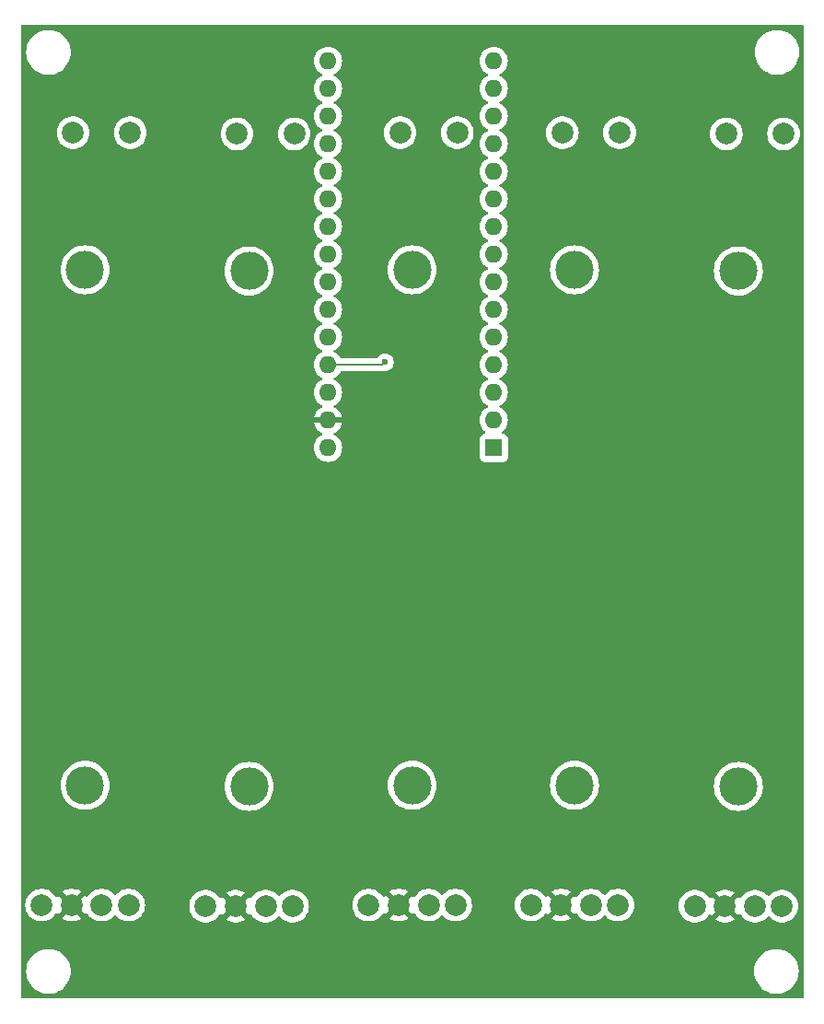
<source format=gbl>
%TF.GenerationSoftware,KiCad,Pcbnew,8.0.0*%
%TF.CreationDate,2024-06-21T00:18:55+02:00*%
%TF.ProjectId,Audio-Controller,41756469-6f2d-4436-9f6e-74726f6c6c65,rev?*%
%TF.SameCoordinates,Original*%
%TF.FileFunction,Copper,L2,Bot*%
%TF.FilePolarity,Positive*%
%FSLAX46Y46*%
G04 Gerber Fmt 4.6, Leading zero omitted, Abs format (unit mm)*
G04 Created by KiCad (PCBNEW 8.0.0) date 2024-06-21 00:18:55*
%MOMM*%
%LPD*%
G01*
G04 APERTURE LIST*
%TA.AperFunction,ComponentPad*%
%ADD10C,2.000000*%
%TD*%
%TA.AperFunction,ComponentPad*%
%ADD11C,3.500000*%
%TD*%
%TA.AperFunction,ComponentPad*%
%ADD12R,1.600000X1.600000*%
%TD*%
%TA.AperFunction,ComponentPad*%
%ADD13O,1.600000X1.600000*%
%TD*%
%TA.AperFunction,ViaPad*%
%ADD14C,0.600000*%
%TD*%
%TA.AperFunction,Conductor*%
%ADD15C,0.200000*%
%TD*%
G04 APERTURE END LIST*
D10*
%TO.P,Double_Slider_Potentiometer5,1,Slider*%
%TO.N,Net-(A1-A4)*%
X110500000Y-98000000D03*
%TO.P,Double_Slider_Potentiometer5,2,0Ohm*%
%TO.N,GND*%
X113262000Y-98000000D03*
%TO.P,Double_Slider_Potentiometer5,3,Slider*%
%TO.N,unconnected-(Double_Slider_Potentiometer5-Slider-Pad3)*%
X116024000Y-98000000D03*
%TO.P,Double_Slider_Potentiometer5,4,0Ohm*%
%TO.N,unconnected-(Double_Slider_Potentiometer5-0Ohm-Pad4)*%
X118500000Y-98000000D03*
%TO.P,Double_Slider_Potentiometer5,5,MaxOhm*%
%TO.N,+5V*%
X113388000Y-27000000D03*
%TO.P,Double_Slider_Potentiometer5,6,MaxOhm*%
%TO.N,unconnected-(Double_Slider_Potentiometer5-MaxOhm-Pad6)*%
X118650000Y-27000000D03*
D11*
%TO.P,Double_Slider_Potentiometer5,7*%
%TO.N,N/C*%
X114500000Y-87000000D03*
%TO.P,Double_Slider_Potentiometer5,8*%
X114500000Y-39600000D03*
%TD*%
D12*
%TO.P,A1,1,D1/TX*%
%TO.N,unconnected-(A1-D1{slash}TX-Pad1)*%
X92000000Y-55860000D03*
D13*
%TO.P,A1,2,D0/RX*%
%TO.N,unconnected-(A1-D0{slash}RX-Pad2)*%
X92000000Y-53320000D03*
%TO.P,A1,3,~{RESET}*%
%TO.N,unconnected-(A1-~{RESET}-Pad3)*%
X92000000Y-50780000D03*
%TO.P,A1,4,GND*%
%TO.N,unconnected-(A1-GND-Pad4)*%
X92000000Y-48240000D03*
%TO.P,A1,5,D2*%
%TO.N,unconnected-(A1-D2-Pad5)*%
X92000000Y-45700000D03*
%TO.P,A1,6,D3*%
%TO.N,unconnected-(A1-D3-Pad6)*%
X92000000Y-43160000D03*
%TO.P,A1,7,D4*%
%TO.N,unconnected-(A1-D4-Pad7)*%
X92000000Y-40620000D03*
%TO.P,A1,8,D5*%
%TO.N,unconnected-(A1-D5-Pad8)*%
X92000000Y-38080000D03*
%TO.P,A1,9,D6*%
%TO.N,unconnected-(A1-D6-Pad9)*%
X92000000Y-35540000D03*
%TO.P,A1,10,D7*%
%TO.N,unconnected-(A1-D7-Pad10)*%
X92000000Y-33000000D03*
%TO.P,A1,11,D8*%
%TO.N,unconnected-(A1-D8-Pad11)*%
X92000000Y-30460000D03*
%TO.P,A1,12,D9*%
%TO.N,unconnected-(A1-D9-Pad12)*%
X92000000Y-27920000D03*
%TO.P,A1,13,D10*%
%TO.N,unconnected-(A1-D10-Pad13)*%
X92000000Y-25380000D03*
%TO.P,A1,14,D11*%
%TO.N,unconnected-(A1-D11-Pad14)*%
X92000000Y-22840000D03*
%TO.P,A1,15,D12*%
%TO.N,unconnected-(A1-D12-Pad15)*%
X92000000Y-20300000D03*
%TO.P,A1,16,D13*%
%TO.N,unconnected-(A1-D13-Pad16)*%
X76760000Y-20300000D03*
%TO.P,A1,17,3V3*%
%TO.N,unconnected-(A1-3V3-Pad17)*%
X76760000Y-22840000D03*
%TO.P,A1,18,AREF*%
%TO.N,unconnected-(A1-AREF-Pad18)*%
X76760000Y-25380000D03*
%TO.P,A1,19,A0*%
%TO.N,Net-(A1-A0)*%
X76760000Y-27920000D03*
%TO.P,A1,20,A1*%
%TO.N,Net-(A1-A1)*%
X76760000Y-30460000D03*
%TO.P,A1,21,A2*%
%TO.N,Net-(A1-A2)*%
X76760000Y-33000000D03*
%TO.P,A1,22,A3*%
%TO.N,Net-(A1-A3)*%
X76760000Y-35540000D03*
%TO.P,A1,23,A4*%
%TO.N,Net-(A1-A4)*%
X76760000Y-38080000D03*
%TO.P,A1,24,A5*%
%TO.N,unconnected-(A1-A5-Pad24)*%
X76760000Y-40620000D03*
%TO.P,A1,25,A6*%
%TO.N,unconnected-(A1-A6-Pad25)*%
X76760000Y-43160000D03*
%TO.P,A1,26,A7*%
%TO.N,unconnected-(A1-A7-Pad26)*%
X76760000Y-45700000D03*
%TO.P,A1,27,+5V*%
%TO.N,+5V*%
X76760000Y-48240000D03*
%TO.P,A1,28,~{RESET}*%
%TO.N,unconnected-(A1-~{RESET}-Pad28)*%
X76760000Y-50780000D03*
%TO.P,A1,29,GND*%
%TO.N,GND*%
X76760000Y-53320000D03*
%TO.P,A1,30,VIN*%
%TO.N,unconnected-(A1-VIN-Pad30)*%
X76760000Y-55860000D03*
%TD*%
D10*
%TO.P,Double_Slider_Potentiometer2,1,Slider*%
%TO.N,Net-(A1-A1)*%
X65500000Y-98000000D03*
%TO.P,Double_Slider_Potentiometer2,2,0Ohm*%
%TO.N,GND*%
X68262000Y-98000000D03*
%TO.P,Double_Slider_Potentiometer2,3,Slider*%
%TO.N,unconnected-(Double_Slider_Potentiometer2-Slider-Pad3)*%
X71024000Y-98000000D03*
%TO.P,Double_Slider_Potentiometer2,4,0Ohm*%
%TO.N,unconnected-(Double_Slider_Potentiometer2-0Ohm-Pad4)*%
X73500000Y-98000000D03*
%TO.P,Double_Slider_Potentiometer2,5,MaxOhm*%
%TO.N,+5V*%
X68388000Y-27000000D03*
%TO.P,Double_Slider_Potentiometer2,6,MaxOhm*%
%TO.N,unconnected-(Double_Slider_Potentiometer2-MaxOhm-Pad6)*%
X73650000Y-27000000D03*
D11*
%TO.P,Double_Slider_Potentiometer2,7*%
%TO.N,N/C*%
X69500000Y-87000000D03*
%TO.P,Double_Slider_Potentiometer2,8*%
X69500000Y-39600000D03*
%TD*%
D10*
%TO.P,Double_Slider_Potentiometer1,1,Slider*%
%TO.N,Net-(A1-A0)*%
X50425000Y-97900000D03*
%TO.P,Double_Slider_Potentiometer1,2,0Ohm*%
%TO.N,GND*%
X53187000Y-97900000D03*
%TO.P,Double_Slider_Potentiometer1,3,Slider*%
%TO.N,unconnected-(Double_Slider_Potentiometer1-Slider-Pad3)*%
X55949000Y-97900000D03*
%TO.P,Double_Slider_Potentiometer1,4,0Ohm*%
%TO.N,unconnected-(Double_Slider_Potentiometer1-0Ohm-Pad4)*%
X58425000Y-97900000D03*
%TO.P,Double_Slider_Potentiometer1,5,MaxOhm*%
%TO.N,+5V*%
X53313000Y-26900000D03*
%TO.P,Double_Slider_Potentiometer1,6,MaxOhm*%
%TO.N,unconnected-(Double_Slider_Potentiometer1-MaxOhm-Pad6)*%
X58575000Y-26900000D03*
D11*
%TO.P,Double_Slider_Potentiometer1,7*%
%TO.N,N/C*%
X54425000Y-86900000D03*
%TO.P,Double_Slider_Potentiometer1,8*%
X54425000Y-39500000D03*
%TD*%
D10*
%TO.P,Double_Slider_Potentiometer4,1,Slider*%
%TO.N,Net-(A1-A3)*%
X95425000Y-97900000D03*
%TO.P,Double_Slider_Potentiometer4,2,0Ohm*%
%TO.N,GND*%
X98187000Y-97900000D03*
%TO.P,Double_Slider_Potentiometer4,3,Slider*%
%TO.N,unconnected-(Double_Slider_Potentiometer4-Slider-Pad3)*%
X100949000Y-97900000D03*
%TO.P,Double_Slider_Potentiometer4,4,0Ohm*%
%TO.N,unconnected-(Double_Slider_Potentiometer4-0Ohm-Pad4)*%
X103425000Y-97900000D03*
%TO.P,Double_Slider_Potentiometer4,5,MaxOhm*%
%TO.N,+5V*%
X98313000Y-26900000D03*
%TO.P,Double_Slider_Potentiometer4,6,MaxOhm*%
%TO.N,unconnected-(Double_Slider_Potentiometer4-MaxOhm-Pad6)*%
X103575000Y-26900000D03*
D11*
%TO.P,Double_Slider_Potentiometer4,7*%
%TO.N,N/C*%
X99425000Y-86900000D03*
%TO.P,Double_Slider_Potentiometer4,8*%
X99425000Y-39500000D03*
%TD*%
D10*
%TO.P,Double_Slider_Potentiometer3,1,Slider*%
%TO.N,Net-(A1-A2)*%
X80500000Y-97900000D03*
%TO.P,Double_Slider_Potentiometer3,2,0Ohm*%
%TO.N,GND*%
X83262000Y-97900000D03*
%TO.P,Double_Slider_Potentiometer3,3,Slider*%
%TO.N,unconnected-(Double_Slider_Potentiometer3-Slider-Pad3)*%
X86024000Y-97900000D03*
%TO.P,Double_Slider_Potentiometer3,4,0Ohm*%
%TO.N,unconnected-(Double_Slider_Potentiometer3-0Ohm-Pad4)*%
X88500000Y-97900000D03*
%TO.P,Double_Slider_Potentiometer3,5,MaxOhm*%
%TO.N,+5V*%
X83388000Y-26900000D03*
%TO.P,Double_Slider_Potentiometer3,6,MaxOhm*%
%TO.N,unconnected-(Double_Slider_Potentiometer3-MaxOhm-Pad6)*%
X88650000Y-26900000D03*
D11*
%TO.P,Double_Slider_Potentiometer3,7*%
%TO.N,N/C*%
X84500000Y-86900000D03*
%TO.P,Double_Slider_Potentiometer3,8*%
X84500000Y-39500000D03*
%TD*%
D14*
%TO.N,+5V*%
X82000000Y-48000000D03*
%TD*%
D15*
%TO.N,+5V*%
X81760000Y-48240000D02*
X76760000Y-48240000D01*
X82000000Y-48000000D02*
X81760000Y-48240000D01*
%TD*%
%TA.AperFunction,Conductor*%
%TO.N,GND*%
G36*
X120442539Y-17020185D02*
G01*
X120488294Y-17072989D01*
X120499500Y-17124500D01*
X120499500Y-106375500D01*
X120479815Y-106442539D01*
X120427011Y-106488294D01*
X120375500Y-106499500D01*
X48624500Y-106499500D01*
X48557461Y-106479815D01*
X48511706Y-106427011D01*
X48500500Y-106375500D01*
X48500500Y-104000000D01*
X48994709Y-104000000D01*
X49013851Y-104279862D01*
X49013852Y-104279864D01*
X49070921Y-104554499D01*
X49070926Y-104554516D01*
X49081075Y-104583071D01*
X49164864Y-104818830D01*
X49293919Y-105067896D01*
X49455688Y-105297069D01*
X49455692Y-105297073D01*
X49455692Y-105297074D01*
X49647154Y-105502080D01*
X49647155Y-105502081D01*
X49864754Y-105679111D01*
X49864756Y-105679112D01*
X49864757Y-105679113D01*
X50104433Y-105824863D01*
X50313257Y-105915567D01*
X50361725Y-105936620D01*
X50631839Y-106012303D01*
X50876159Y-106045884D01*
X50909741Y-106050500D01*
X50909742Y-106050500D01*
X51190259Y-106050500D01*
X51220219Y-106046381D01*
X51468161Y-106012303D01*
X51738275Y-105936620D01*
X51995568Y-105824862D01*
X52235246Y-105679111D01*
X52452845Y-105502081D01*
X52644312Y-105297069D01*
X52806081Y-105067896D01*
X52935136Y-104818830D01*
X53029075Y-104554511D01*
X53029076Y-104554504D01*
X53029078Y-104554499D01*
X53060845Y-104401626D01*
X53086148Y-104279862D01*
X53105291Y-104000000D01*
X115944709Y-104000000D01*
X115963851Y-104279862D01*
X115963852Y-104279864D01*
X116020921Y-104554499D01*
X116020926Y-104554516D01*
X116031075Y-104583071D01*
X116114864Y-104818830D01*
X116243919Y-105067896D01*
X116405688Y-105297069D01*
X116405692Y-105297073D01*
X116405692Y-105297074D01*
X116597154Y-105502080D01*
X116597155Y-105502081D01*
X116814754Y-105679111D01*
X116814756Y-105679112D01*
X116814757Y-105679113D01*
X117054433Y-105824863D01*
X117263257Y-105915567D01*
X117311725Y-105936620D01*
X117581839Y-106012303D01*
X117826159Y-106045884D01*
X117859741Y-106050500D01*
X117859742Y-106050500D01*
X118140259Y-106050500D01*
X118170219Y-106046381D01*
X118418161Y-106012303D01*
X118688275Y-105936620D01*
X118945568Y-105824862D01*
X119185246Y-105679111D01*
X119402845Y-105502081D01*
X119594312Y-105297069D01*
X119756081Y-105067896D01*
X119885136Y-104818830D01*
X119979075Y-104554511D01*
X119979076Y-104554504D01*
X119979078Y-104554499D01*
X120010845Y-104401626D01*
X120036148Y-104279862D01*
X120055291Y-104000000D01*
X120036148Y-103720138D01*
X120010845Y-103598374D01*
X119979078Y-103445500D01*
X119979073Y-103445483D01*
X119953576Y-103373742D01*
X119885136Y-103181170D01*
X119756081Y-102932104D01*
X119594312Y-102702931D01*
X119594307Y-102702925D01*
X119402845Y-102497919D01*
X119185242Y-102320886D01*
X118945566Y-102175136D01*
X118688276Y-102063380D01*
X118418166Y-101987698D01*
X118418162Y-101987697D01*
X118418161Y-101987697D01*
X118279209Y-101968598D01*
X118140259Y-101949500D01*
X118140258Y-101949500D01*
X117859742Y-101949500D01*
X117859741Y-101949500D01*
X117581839Y-101987697D01*
X117581833Y-101987698D01*
X117311723Y-102063380D01*
X117054433Y-102175136D01*
X116814757Y-102320886D01*
X116597154Y-102497919D01*
X116405692Y-102702925D01*
X116405692Y-102702926D01*
X116243919Y-102932103D01*
X116114863Y-103181171D01*
X116020926Y-103445483D01*
X116020921Y-103445500D01*
X115963852Y-103720135D01*
X115963851Y-103720137D01*
X115944709Y-104000000D01*
X53105291Y-104000000D01*
X53086148Y-103720138D01*
X53060845Y-103598374D01*
X53029078Y-103445500D01*
X53029073Y-103445483D01*
X53003576Y-103373742D01*
X52935136Y-103181170D01*
X52806081Y-102932104D01*
X52644312Y-102702931D01*
X52644307Y-102702925D01*
X52452845Y-102497919D01*
X52235242Y-102320886D01*
X51995566Y-102175136D01*
X51738276Y-102063380D01*
X51468166Y-101987698D01*
X51468162Y-101987697D01*
X51468161Y-101987697D01*
X51329209Y-101968598D01*
X51190259Y-101949500D01*
X51190258Y-101949500D01*
X50909742Y-101949500D01*
X50909741Y-101949500D01*
X50631839Y-101987697D01*
X50631833Y-101987698D01*
X50361723Y-102063380D01*
X50104433Y-102175136D01*
X49864757Y-102320886D01*
X49647154Y-102497919D01*
X49455692Y-102702925D01*
X49455692Y-102702926D01*
X49293919Y-102932103D01*
X49164863Y-103181171D01*
X49070926Y-103445483D01*
X49070921Y-103445500D01*
X49013852Y-103720135D01*
X49013851Y-103720137D01*
X48994709Y-104000000D01*
X48500500Y-104000000D01*
X48500500Y-97900005D01*
X48919357Y-97900005D01*
X48939890Y-98147812D01*
X48939892Y-98147824D01*
X49000936Y-98388881D01*
X49100826Y-98616606D01*
X49236833Y-98824782D01*
X49236835Y-98824784D01*
X49236836Y-98824785D01*
X49405256Y-99007738D01*
X49601491Y-99160474D01*
X49601493Y-99160475D01*
X49819332Y-99278364D01*
X49820190Y-99278828D01*
X50039141Y-99353994D01*
X50053964Y-99359083D01*
X50055386Y-99359571D01*
X50300665Y-99400500D01*
X50549335Y-99400500D01*
X50794614Y-99359571D01*
X51029810Y-99278828D01*
X51248509Y-99160474D01*
X51444744Y-99007738D01*
X51613164Y-98824785D01*
X51702491Y-98688059D01*
X51755635Y-98642704D01*
X51824866Y-98633280D01*
X51888202Y-98662781D01*
X51910106Y-98688060D01*
X51963563Y-98769882D01*
X51963564Y-98769882D01*
X52704037Y-98029409D01*
X52721075Y-98092993D01*
X52786901Y-98207007D01*
X52879993Y-98300099D01*
X52994007Y-98365925D01*
X53057590Y-98382962D01*
X52316942Y-99123609D01*
X52363768Y-99160055D01*
X52363770Y-99160056D01*
X52582385Y-99278364D01*
X52582396Y-99278369D01*
X52817506Y-99359083D01*
X53062707Y-99400000D01*
X53311293Y-99400000D01*
X53556493Y-99359083D01*
X53791603Y-99278369D01*
X53791614Y-99278364D01*
X54010228Y-99160057D01*
X54010231Y-99160055D01*
X54057056Y-99123609D01*
X53316409Y-98382962D01*
X53379993Y-98365925D01*
X53494007Y-98300099D01*
X53587099Y-98207007D01*
X53652925Y-98092993D01*
X53669962Y-98029410D01*
X54410434Y-98769882D01*
X54463892Y-98688060D01*
X54517038Y-98642704D01*
X54586269Y-98633280D01*
X54649605Y-98662782D01*
X54671509Y-98688060D01*
X54760836Y-98824785D01*
X54929256Y-99007738D01*
X55125491Y-99160474D01*
X55125493Y-99160475D01*
X55343332Y-99278364D01*
X55344190Y-99278828D01*
X55563141Y-99353994D01*
X55577964Y-99359083D01*
X55579386Y-99359571D01*
X55824665Y-99400500D01*
X56073335Y-99400500D01*
X56318614Y-99359571D01*
X56553810Y-99278828D01*
X56772509Y-99160474D01*
X56968744Y-99007738D01*
X57095771Y-98869748D01*
X57155657Y-98833760D01*
X57225495Y-98835860D01*
X57278227Y-98869748D01*
X57405256Y-99007738D01*
X57601491Y-99160474D01*
X57601493Y-99160475D01*
X57819332Y-99278364D01*
X57820190Y-99278828D01*
X58039141Y-99353994D01*
X58053964Y-99359083D01*
X58055386Y-99359571D01*
X58300665Y-99400500D01*
X58549335Y-99400500D01*
X58794614Y-99359571D01*
X59029810Y-99278828D01*
X59248509Y-99160474D01*
X59444744Y-99007738D01*
X59613164Y-98824785D01*
X59749173Y-98616607D01*
X59849063Y-98388881D01*
X59910108Y-98147821D01*
X59914651Y-98092993D01*
X59922356Y-98000005D01*
X63994357Y-98000005D01*
X64014890Y-98247812D01*
X64014892Y-98247824D01*
X64075936Y-98488881D01*
X64175826Y-98716606D01*
X64311833Y-98924782D01*
X64311835Y-98924784D01*
X64311836Y-98924785D01*
X64480256Y-99107738D01*
X64676491Y-99260474D01*
X64676493Y-99260475D01*
X64894332Y-99378364D01*
X64895190Y-99378828D01*
X65114141Y-99453994D01*
X65128964Y-99459083D01*
X65130386Y-99459571D01*
X65375665Y-99500500D01*
X65624335Y-99500500D01*
X65869614Y-99459571D01*
X66104810Y-99378828D01*
X66323509Y-99260474D01*
X66519744Y-99107738D01*
X66688164Y-98924785D01*
X66777491Y-98788059D01*
X66830635Y-98742704D01*
X66899866Y-98733280D01*
X66963202Y-98762781D01*
X66985106Y-98788060D01*
X67038563Y-98869882D01*
X67038564Y-98869882D01*
X67779037Y-98129409D01*
X67796075Y-98192993D01*
X67861901Y-98307007D01*
X67954993Y-98400099D01*
X68069007Y-98465925D01*
X68132590Y-98482962D01*
X67391942Y-99223609D01*
X67438768Y-99260055D01*
X67438770Y-99260056D01*
X67657385Y-99378364D01*
X67657396Y-99378369D01*
X67892506Y-99459083D01*
X68137707Y-99500000D01*
X68386293Y-99500000D01*
X68631493Y-99459083D01*
X68866603Y-99378369D01*
X68866614Y-99378364D01*
X69085228Y-99260057D01*
X69085231Y-99260055D01*
X69132056Y-99223609D01*
X68391409Y-98482962D01*
X68454993Y-98465925D01*
X68569007Y-98400099D01*
X68662099Y-98307007D01*
X68727925Y-98192993D01*
X68744962Y-98129410D01*
X69485434Y-98869882D01*
X69538892Y-98788060D01*
X69592038Y-98742704D01*
X69661269Y-98733280D01*
X69724605Y-98762782D01*
X69746509Y-98788060D01*
X69835836Y-98924785D01*
X70004256Y-99107738D01*
X70200491Y-99260474D01*
X70200493Y-99260475D01*
X70418332Y-99378364D01*
X70419190Y-99378828D01*
X70638141Y-99453994D01*
X70652964Y-99459083D01*
X70654386Y-99459571D01*
X70899665Y-99500500D01*
X71148335Y-99500500D01*
X71393614Y-99459571D01*
X71628810Y-99378828D01*
X71847509Y-99260474D01*
X72043744Y-99107738D01*
X72170771Y-98969748D01*
X72230657Y-98933760D01*
X72300495Y-98935860D01*
X72353227Y-98969748D01*
X72480256Y-99107738D01*
X72676491Y-99260474D01*
X72676493Y-99260475D01*
X72894332Y-99378364D01*
X72895190Y-99378828D01*
X73114141Y-99453994D01*
X73128964Y-99459083D01*
X73130386Y-99459571D01*
X73375665Y-99500500D01*
X73624335Y-99500500D01*
X73869614Y-99459571D01*
X74104810Y-99378828D01*
X74323509Y-99260474D01*
X74519744Y-99107738D01*
X74688164Y-98924785D01*
X74824173Y-98716607D01*
X74924063Y-98488881D01*
X74985108Y-98247821D01*
X74993394Y-98147824D01*
X75005643Y-98000005D01*
X75005643Y-97999994D01*
X74997358Y-97900005D01*
X78994357Y-97900005D01*
X79014890Y-98147812D01*
X79014892Y-98147824D01*
X79075936Y-98388881D01*
X79175826Y-98616606D01*
X79311833Y-98824782D01*
X79311835Y-98824784D01*
X79311836Y-98824785D01*
X79480256Y-99007738D01*
X79676491Y-99160474D01*
X79676493Y-99160475D01*
X79894332Y-99278364D01*
X79895190Y-99278828D01*
X80114141Y-99353994D01*
X80128964Y-99359083D01*
X80130386Y-99359571D01*
X80375665Y-99400500D01*
X80624335Y-99400500D01*
X80869614Y-99359571D01*
X81104810Y-99278828D01*
X81323509Y-99160474D01*
X81519744Y-99007738D01*
X81688164Y-98824785D01*
X81777491Y-98688059D01*
X81830635Y-98642704D01*
X81899866Y-98633280D01*
X81963202Y-98662781D01*
X81985106Y-98688060D01*
X82038563Y-98769882D01*
X82038564Y-98769882D01*
X82779037Y-98029409D01*
X82796075Y-98092993D01*
X82861901Y-98207007D01*
X82954993Y-98300099D01*
X83069007Y-98365925D01*
X83132590Y-98382962D01*
X82391942Y-99123609D01*
X82438768Y-99160055D01*
X82438770Y-99160056D01*
X82657385Y-99278364D01*
X82657396Y-99278369D01*
X82892506Y-99359083D01*
X83137707Y-99400000D01*
X83386293Y-99400000D01*
X83631493Y-99359083D01*
X83866603Y-99278369D01*
X83866614Y-99278364D01*
X84085228Y-99160057D01*
X84085231Y-99160055D01*
X84132056Y-99123609D01*
X83391409Y-98382962D01*
X83454993Y-98365925D01*
X83569007Y-98300099D01*
X83662099Y-98207007D01*
X83727925Y-98092993D01*
X83744962Y-98029410D01*
X84485434Y-98769882D01*
X84538892Y-98688060D01*
X84592038Y-98642704D01*
X84661269Y-98633280D01*
X84724605Y-98662782D01*
X84746509Y-98688060D01*
X84835836Y-98824785D01*
X85004256Y-99007738D01*
X85200491Y-99160474D01*
X85200493Y-99160475D01*
X85418332Y-99278364D01*
X85419190Y-99278828D01*
X85638141Y-99353994D01*
X85652964Y-99359083D01*
X85654386Y-99359571D01*
X85899665Y-99400500D01*
X86148335Y-99400500D01*
X86393614Y-99359571D01*
X86628810Y-99278828D01*
X86847509Y-99160474D01*
X87043744Y-99007738D01*
X87170771Y-98869748D01*
X87230657Y-98833760D01*
X87300495Y-98835860D01*
X87353227Y-98869748D01*
X87480256Y-99007738D01*
X87676491Y-99160474D01*
X87676493Y-99160475D01*
X87894332Y-99278364D01*
X87895190Y-99278828D01*
X88114141Y-99353994D01*
X88128964Y-99359083D01*
X88130386Y-99359571D01*
X88375665Y-99400500D01*
X88624335Y-99400500D01*
X88869614Y-99359571D01*
X89104810Y-99278828D01*
X89323509Y-99160474D01*
X89519744Y-99007738D01*
X89688164Y-98824785D01*
X89824173Y-98616607D01*
X89924063Y-98388881D01*
X89985108Y-98147821D01*
X89989651Y-98092993D01*
X90005643Y-97900005D01*
X93919357Y-97900005D01*
X93939890Y-98147812D01*
X93939892Y-98147824D01*
X94000936Y-98388881D01*
X94100826Y-98616606D01*
X94236833Y-98824782D01*
X94236835Y-98824784D01*
X94236836Y-98824785D01*
X94405256Y-99007738D01*
X94601491Y-99160474D01*
X94601493Y-99160475D01*
X94819332Y-99278364D01*
X94820190Y-99278828D01*
X95039141Y-99353994D01*
X95053964Y-99359083D01*
X95055386Y-99359571D01*
X95300665Y-99400500D01*
X95549335Y-99400500D01*
X95794614Y-99359571D01*
X96029810Y-99278828D01*
X96248509Y-99160474D01*
X96444744Y-99007738D01*
X96613164Y-98824785D01*
X96702491Y-98688059D01*
X96755635Y-98642704D01*
X96824866Y-98633280D01*
X96888202Y-98662781D01*
X96910106Y-98688060D01*
X96963563Y-98769882D01*
X96963564Y-98769882D01*
X97704037Y-98029409D01*
X97721075Y-98092993D01*
X97786901Y-98207007D01*
X97879993Y-98300099D01*
X97994007Y-98365925D01*
X98057590Y-98382962D01*
X97316942Y-99123609D01*
X97363768Y-99160055D01*
X97363770Y-99160056D01*
X97582385Y-99278364D01*
X97582396Y-99278369D01*
X97817506Y-99359083D01*
X98062707Y-99400000D01*
X98311293Y-99400000D01*
X98556493Y-99359083D01*
X98791603Y-99278369D01*
X98791614Y-99278364D01*
X99010228Y-99160057D01*
X99010231Y-99160055D01*
X99057056Y-99123609D01*
X98316409Y-98382962D01*
X98379993Y-98365925D01*
X98494007Y-98300099D01*
X98587099Y-98207007D01*
X98652925Y-98092993D01*
X98669962Y-98029410D01*
X99410434Y-98769882D01*
X99463892Y-98688060D01*
X99517038Y-98642704D01*
X99586269Y-98633280D01*
X99649605Y-98662782D01*
X99671509Y-98688060D01*
X99760836Y-98824785D01*
X99929256Y-99007738D01*
X100125491Y-99160474D01*
X100125493Y-99160475D01*
X100343332Y-99278364D01*
X100344190Y-99278828D01*
X100563141Y-99353994D01*
X100577964Y-99359083D01*
X100579386Y-99359571D01*
X100824665Y-99400500D01*
X101073335Y-99400500D01*
X101318614Y-99359571D01*
X101553810Y-99278828D01*
X101772509Y-99160474D01*
X101968744Y-99007738D01*
X102095771Y-98869748D01*
X102155657Y-98833760D01*
X102225495Y-98835860D01*
X102278227Y-98869748D01*
X102405256Y-99007738D01*
X102601491Y-99160474D01*
X102601493Y-99160475D01*
X102819332Y-99278364D01*
X102820190Y-99278828D01*
X103039141Y-99353994D01*
X103053964Y-99359083D01*
X103055386Y-99359571D01*
X103300665Y-99400500D01*
X103549335Y-99400500D01*
X103794614Y-99359571D01*
X104029810Y-99278828D01*
X104248509Y-99160474D01*
X104444744Y-99007738D01*
X104613164Y-98824785D01*
X104749173Y-98616607D01*
X104849063Y-98388881D01*
X104910108Y-98147821D01*
X104914651Y-98092993D01*
X104922356Y-98000005D01*
X108994357Y-98000005D01*
X109014890Y-98247812D01*
X109014892Y-98247824D01*
X109075936Y-98488881D01*
X109175826Y-98716606D01*
X109311833Y-98924782D01*
X109311835Y-98924784D01*
X109311836Y-98924785D01*
X109480256Y-99107738D01*
X109676491Y-99260474D01*
X109676493Y-99260475D01*
X109894332Y-99378364D01*
X109895190Y-99378828D01*
X110114141Y-99453994D01*
X110128964Y-99459083D01*
X110130386Y-99459571D01*
X110375665Y-99500500D01*
X110624335Y-99500500D01*
X110869614Y-99459571D01*
X111104810Y-99378828D01*
X111323509Y-99260474D01*
X111519744Y-99107738D01*
X111688164Y-98924785D01*
X111777491Y-98788059D01*
X111830635Y-98742704D01*
X111899866Y-98733280D01*
X111963202Y-98762781D01*
X111985106Y-98788060D01*
X112038563Y-98869882D01*
X112038564Y-98869882D01*
X112779037Y-98129409D01*
X112796075Y-98192993D01*
X112861901Y-98307007D01*
X112954993Y-98400099D01*
X113069007Y-98465925D01*
X113132590Y-98482962D01*
X112391942Y-99223609D01*
X112438768Y-99260055D01*
X112438770Y-99260056D01*
X112657385Y-99378364D01*
X112657396Y-99378369D01*
X112892506Y-99459083D01*
X113137707Y-99500000D01*
X113386293Y-99500000D01*
X113631493Y-99459083D01*
X113866603Y-99378369D01*
X113866614Y-99378364D01*
X114085228Y-99260057D01*
X114085231Y-99260055D01*
X114132056Y-99223609D01*
X113391409Y-98482962D01*
X113454993Y-98465925D01*
X113569007Y-98400099D01*
X113662099Y-98307007D01*
X113727925Y-98192993D01*
X113744962Y-98129410D01*
X114485434Y-98869882D01*
X114538892Y-98788060D01*
X114592038Y-98742704D01*
X114661269Y-98733280D01*
X114724605Y-98762782D01*
X114746509Y-98788060D01*
X114835836Y-98924785D01*
X115004256Y-99107738D01*
X115200491Y-99260474D01*
X115200493Y-99260475D01*
X115418332Y-99378364D01*
X115419190Y-99378828D01*
X115638141Y-99453994D01*
X115652964Y-99459083D01*
X115654386Y-99459571D01*
X115899665Y-99500500D01*
X116148335Y-99500500D01*
X116393614Y-99459571D01*
X116628810Y-99378828D01*
X116847509Y-99260474D01*
X117043744Y-99107738D01*
X117170771Y-98969748D01*
X117230657Y-98933760D01*
X117300495Y-98935860D01*
X117353227Y-98969748D01*
X117480256Y-99107738D01*
X117676491Y-99260474D01*
X117676493Y-99260475D01*
X117894332Y-99378364D01*
X117895190Y-99378828D01*
X118114141Y-99453994D01*
X118128964Y-99459083D01*
X118130386Y-99459571D01*
X118375665Y-99500500D01*
X118624335Y-99500500D01*
X118869614Y-99459571D01*
X119104810Y-99378828D01*
X119323509Y-99260474D01*
X119519744Y-99107738D01*
X119688164Y-98924785D01*
X119824173Y-98716607D01*
X119924063Y-98488881D01*
X119985108Y-98247821D01*
X119993394Y-98147824D01*
X120005643Y-98000005D01*
X120005643Y-97999994D01*
X119985109Y-97752187D01*
X119985107Y-97752175D01*
X119924063Y-97511118D01*
X119824173Y-97283393D01*
X119688166Y-97075217D01*
X119596109Y-96975217D01*
X119519744Y-96892262D01*
X119323509Y-96739526D01*
X119323507Y-96739525D01*
X119323506Y-96739524D01*
X119104811Y-96621172D01*
X119104802Y-96621169D01*
X118869616Y-96540429D01*
X118624335Y-96499500D01*
X118375665Y-96499500D01*
X118130383Y-96540429D01*
X117895197Y-96621169D01*
X117895188Y-96621172D01*
X117676493Y-96739524D01*
X117480257Y-96892261D01*
X117353230Y-97030249D01*
X117293342Y-97066240D01*
X117223504Y-97064139D01*
X117170770Y-97030249D01*
X117120109Y-96975217D01*
X117043744Y-96892262D01*
X116847509Y-96739526D01*
X116847507Y-96739525D01*
X116847506Y-96739524D01*
X116628811Y-96621172D01*
X116628802Y-96621169D01*
X116393616Y-96540429D01*
X116148335Y-96499500D01*
X115899665Y-96499500D01*
X115654383Y-96540429D01*
X115419197Y-96621169D01*
X115419188Y-96621172D01*
X115200493Y-96739524D01*
X115004257Y-96892261D01*
X115004256Y-96892262D01*
X114927892Y-96975215D01*
X114835836Y-97075215D01*
X114746510Y-97211939D01*
X114693363Y-97257295D01*
X114624132Y-97266719D01*
X114560796Y-97237217D01*
X114538893Y-97211939D01*
X114485434Y-97130116D01*
X113744962Y-97870589D01*
X113727925Y-97807007D01*
X113662099Y-97692993D01*
X113569007Y-97599901D01*
X113454993Y-97534075D01*
X113391410Y-97517037D01*
X114132057Y-96776390D01*
X114132056Y-96776389D01*
X114085229Y-96739943D01*
X113866614Y-96621635D01*
X113866603Y-96621630D01*
X113631493Y-96540916D01*
X113386293Y-96500000D01*
X113137707Y-96500000D01*
X112892506Y-96540916D01*
X112657396Y-96621630D01*
X112657390Y-96621632D01*
X112438761Y-96739949D01*
X112391942Y-96776388D01*
X112391942Y-96776390D01*
X113132590Y-97517037D01*
X113069007Y-97534075D01*
X112954993Y-97599901D01*
X112861901Y-97692993D01*
X112796075Y-97807007D01*
X112779037Y-97870589D01*
X112038564Y-97130116D01*
X112038563Y-97130116D01*
X111985106Y-97211939D01*
X111931960Y-97257295D01*
X111862729Y-97266719D01*
X111799393Y-97237217D01*
X111777489Y-97211938D01*
X111688166Y-97075217D01*
X111596109Y-96975217D01*
X111519744Y-96892262D01*
X111323509Y-96739526D01*
X111323507Y-96739525D01*
X111323506Y-96739524D01*
X111104811Y-96621172D01*
X111104802Y-96621169D01*
X110869616Y-96540429D01*
X110624335Y-96499500D01*
X110375665Y-96499500D01*
X110130383Y-96540429D01*
X109895197Y-96621169D01*
X109895188Y-96621172D01*
X109676493Y-96739524D01*
X109480257Y-96892261D01*
X109311833Y-97075217D01*
X109175826Y-97283393D01*
X109075936Y-97511118D01*
X109014892Y-97752175D01*
X109014890Y-97752187D01*
X108994357Y-97999994D01*
X108994357Y-98000005D01*
X104922356Y-98000005D01*
X104930643Y-97900005D01*
X104930643Y-97899994D01*
X104910109Y-97652187D01*
X104910107Y-97652175D01*
X104849063Y-97411118D01*
X104749173Y-97183393D01*
X104613166Y-96975217D01*
X104536800Y-96892262D01*
X104444744Y-96792262D01*
X104248509Y-96639526D01*
X104248507Y-96639525D01*
X104248506Y-96639524D01*
X104029811Y-96521172D01*
X104029802Y-96521169D01*
X103794616Y-96440429D01*
X103549335Y-96399500D01*
X103300665Y-96399500D01*
X103055383Y-96440429D01*
X102820197Y-96521169D01*
X102820188Y-96521172D01*
X102601493Y-96639524D01*
X102405257Y-96792261D01*
X102278230Y-96930249D01*
X102218342Y-96966240D01*
X102148504Y-96964139D01*
X102095770Y-96930249D01*
X102060800Y-96892262D01*
X101968744Y-96792262D01*
X101772509Y-96639526D01*
X101772507Y-96639525D01*
X101772506Y-96639524D01*
X101553811Y-96521172D01*
X101553802Y-96521169D01*
X101318616Y-96440429D01*
X101073335Y-96399500D01*
X100824665Y-96399500D01*
X100579383Y-96440429D01*
X100344197Y-96521169D01*
X100344188Y-96521172D01*
X100125493Y-96639524D01*
X99949648Y-96776390D01*
X99929256Y-96792262D01*
X99837200Y-96892262D01*
X99760836Y-96975215D01*
X99671510Y-97111939D01*
X99618363Y-97157295D01*
X99549132Y-97166719D01*
X99485796Y-97137217D01*
X99463893Y-97111939D01*
X99410434Y-97030116D01*
X98669962Y-97770589D01*
X98652925Y-97707007D01*
X98587099Y-97592993D01*
X98494007Y-97499901D01*
X98379993Y-97434075D01*
X98316410Y-97417037D01*
X99057057Y-96676390D01*
X99057056Y-96676389D01*
X99010229Y-96639943D01*
X98791614Y-96521635D01*
X98791603Y-96521630D01*
X98556493Y-96440916D01*
X98311293Y-96400000D01*
X98062707Y-96400000D01*
X97817506Y-96440916D01*
X97582396Y-96521630D01*
X97582390Y-96521632D01*
X97363761Y-96639949D01*
X97316942Y-96676388D01*
X97316942Y-96676390D01*
X98057590Y-97417037D01*
X97994007Y-97434075D01*
X97879993Y-97499901D01*
X97786901Y-97592993D01*
X97721075Y-97707007D01*
X97704037Y-97770589D01*
X96963564Y-97030116D01*
X96963563Y-97030116D01*
X96910106Y-97111939D01*
X96856960Y-97157295D01*
X96787729Y-97166719D01*
X96724393Y-97137217D01*
X96702489Y-97111938D01*
X96613166Y-96975217D01*
X96536800Y-96892262D01*
X96444744Y-96792262D01*
X96248509Y-96639526D01*
X96248507Y-96639525D01*
X96248506Y-96639524D01*
X96029811Y-96521172D01*
X96029802Y-96521169D01*
X95794616Y-96440429D01*
X95549335Y-96399500D01*
X95300665Y-96399500D01*
X95055383Y-96440429D01*
X94820197Y-96521169D01*
X94820188Y-96521172D01*
X94601493Y-96639524D01*
X94405257Y-96792261D01*
X94236833Y-96975217D01*
X94100826Y-97183393D01*
X94000936Y-97411118D01*
X93939892Y-97652175D01*
X93939890Y-97652187D01*
X93919357Y-97899994D01*
X93919357Y-97900005D01*
X90005643Y-97900005D01*
X90005643Y-97899994D01*
X89985109Y-97652187D01*
X89985107Y-97652175D01*
X89924063Y-97411118D01*
X89824173Y-97183393D01*
X89688166Y-96975217D01*
X89611800Y-96892262D01*
X89519744Y-96792262D01*
X89323509Y-96639526D01*
X89323507Y-96639525D01*
X89323506Y-96639524D01*
X89104811Y-96521172D01*
X89104802Y-96521169D01*
X88869616Y-96440429D01*
X88624335Y-96399500D01*
X88375665Y-96399500D01*
X88130383Y-96440429D01*
X87895197Y-96521169D01*
X87895188Y-96521172D01*
X87676493Y-96639524D01*
X87480257Y-96792261D01*
X87353230Y-96930249D01*
X87293342Y-96966240D01*
X87223504Y-96964139D01*
X87170770Y-96930249D01*
X87135800Y-96892262D01*
X87043744Y-96792262D01*
X86847509Y-96639526D01*
X86847507Y-96639525D01*
X86847506Y-96639524D01*
X86628811Y-96521172D01*
X86628802Y-96521169D01*
X86393616Y-96440429D01*
X86148335Y-96399500D01*
X85899665Y-96399500D01*
X85654383Y-96440429D01*
X85419197Y-96521169D01*
X85419188Y-96521172D01*
X85200493Y-96639524D01*
X85024648Y-96776390D01*
X85004256Y-96792262D01*
X84912200Y-96892262D01*
X84835836Y-96975215D01*
X84746510Y-97111939D01*
X84693363Y-97157295D01*
X84624132Y-97166719D01*
X84560796Y-97137217D01*
X84538893Y-97111939D01*
X84485434Y-97030116D01*
X83744962Y-97770589D01*
X83727925Y-97707007D01*
X83662099Y-97592993D01*
X83569007Y-97499901D01*
X83454993Y-97434075D01*
X83391410Y-97417037D01*
X84132057Y-96676390D01*
X84132056Y-96676389D01*
X84085229Y-96639943D01*
X83866614Y-96521635D01*
X83866603Y-96521630D01*
X83631493Y-96440916D01*
X83386293Y-96400000D01*
X83137707Y-96400000D01*
X82892506Y-96440916D01*
X82657396Y-96521630D01*
X82657390Y-96521632D01*
X82438761Y-96639949D01*
X82391942Y-96676388D01*
X82391942Y-96676390D01*
X83132590Y-97417037D01*
X83069007Y-97434075D01*
X82954993Y-97499901D01*
X82861901Y-97592993D01*
X82796075Y-97707007D01*
X82779037Y-97770589D01*
X82038564Y-97030116D01*
X82038563Y-97030116D01*
X81985106Y-97111939D01*
X81931960Y-97157295D01*
X81862729Y-97166719D01*
X81799393Y-97137217D01*
X81777489Y-97111938D01*
X81688166Y-96975217D01*
X81611800Y-96892262D01*
X81519744Y-96792262D01*
X81323509Y-96639526D01*
X81323507Y-96639525D01*
X81323506Y-96639524D01*
X81104811Y-96521172D01*
X81104802Y-96521169D01*
X80869616Y-96440429D01*
X80624335Y-96399500D01*
X80375665Y-96399500D01*
X80130383Y-96440429D01*
X79895197Y-96521169D01*
X79895188Y-96521172D01*
X79676493Y-96639524D01*
X79480257Y-96792261D01*
X79311833Y-96975217D01*
X79175826Y-97183393D01*
X79075936Y-97411118D01*
X79014892Y-97652175D01*
X79014890Y-97652187D01*
X78994357Y-97899994D01*
X78994357Y-97900005D01*
X74997358Y-97900005D01*
X74985109Y-97752187D01*
X74985107Y-97752175D01*
X74924063Y-97511118D01*
X74824173Y-97283393D01*
X74688166Y-97075217D01*
X74596109Y-96975217D01*
X74519744Y-96892262D01*
X74323509Y-96739526D01*
X74323507Y-96739525D01*
X74323506Y-96739524D01*
X74104811Y-96621172D01*
X74104802Y-96621169D01*
X73869616Y-96540429D01*
X73624335Y-96499500D01*
X73375665Y-96499500D01*
X73130383Y-96540429D01*
X72895197Y-96621169D01*
X72895188Y-96621172D01*
X72676493Y-96739524D01*
X72480257Y-96892261D01*
X72353230Y-97030249D01*
X72293342Y-97066240D01*
X72223504Y-97064139D01*
X72170770Y-97030249D01*
X72120109Y-96975217D01*
X72043744Y-96892262D01*
X71847509Y-96739526D01*
X71847507Y-96739525D01*
X71847506Y-96739524D01*
X71628811Y-96621172D01*
X71628802Y-96621169D01*
X71393616Y-96540429D01*
X71148335Y-96499500D01*
X70899665Y-96499500D01*
X70654383Y-96540429D01*
X70419197Y-96621169D01*
X70419188Y-96621172D01*
X70200493Y-96739524D01*
X70004257Y-96892261D01*
X70004256Y-96892262D01*
X69927892Y-96975215D01*
X69835836Y-97075215D01*
X69746510Y-97211939D01*
X69693363Y-97257295D01*
X69624132Y-97266719D01*
X69560796Y-97237217D01*
X69538893Y-97211939D01*
X69485434Y-97130116D01*
X68744962Y-97870589D01*
X68727925Y-97807007D01*
X68662099Y-97692993D01*
X68569007Y-97599901D01*
X68454993Y-97534075D01*
X68391410Y-97517037D01*
X69132057Y-96776390D01*
X69132056Y-96776389D01*
X69085229Y-96739943D01*
X68866614Y-96621635D01*
X68866603Y-96621630D01*
X68631493Y-96540916D01*
X68386293Y-96500000D01*
X68137707Y-96500000D01*
X67892506Y-96540916D01*
X67657396Y-96621630D01*
X67657390Y-96621632D01*
X67438761Y-96739949D01*
X67391942Y-96776388D01*
X67391942Y-96776390D01*
X68132590Y-97517037D01*
X68069007Y-97534075D01*
X67954993Y-97599901D01*
X67861901Y-97692993D01*
X67796075Y-97807007D01*
X67779037Y-97870589D01*
X67038564Y-97130116D01*
X67038563Y-97130116D01*
X66985106Y-97211939D01*
X66931960Y-97257295D01*
X66862729Y-97266719D01*
X66799393Y-97237217D01*
X66777489Y-97211938D01*
X66688166Y-97075217D01*
X66596109Y-96975217D01*
X66519744Y-96892262D01*
X66323509Y-96739526D01*
X66323507Y-96739525D01*
X66323506Y-96739524D01*
X66104811Y-96621172D01*
X66104802Y-96621169D01*
X65869616Y-96540429D01*
X65624335Y-96499500D01*
X65375665Y-96499500D01*
X65130383Y-96540429D01*
X64895197Y-96621169D01*
X64895188Y-96621172D01*
X64676493Y-96739524D01*
X64480257Y-96892261D01*
X64311833Y-97075217D01*
X64175826Y-97283393D01*
X64075936Y-97511118D01*
X64014892Y-97752175D01*
X64014890Y-97752187D01*
X63994357Y-97999994D01*
X63994357Y-98000005D01*
X59922356Y-98000005D01*
X59930643Y-97900005D01*
X59930643Y-97899994D01*
X59910109Y-97652187D01*
X59910107Y-97652175D01*
X59849063Y-97411118D01*
X59749173Y-97183393D01*
X59613166Y-96975217D01*
X59536800Y-96892262D01*
X59444744Y-96792262D01*
X59248509Y-96639526D01*
X59248507Y-96639525D01*
X59248506Y-96639524D01*
X59029811Y-96521172D01*
X59029802Y-96521169D01*
X58794616Y-96440429D01*
X58549335Y-96399500D01*
X58300665Y-96399500D01*
X58055383Y-96440429D01*
X57820197Y-96521169D01*
X57820188Y-96521172D01*
X57601493Y-96639524D01*
X57405257Y-96792261D01*
X57278230Y-96930249D01*
X57218342Y-96966240D01*
X57148504Y-96964139D01*
X57095770Y-96930249D01*
X57060800Y-96892262D01*
X56968744Y-96792262D01*
X56772509Y-96639526D01*
X56772507Y-96639525D01*
X56772506Y-96639524D01*
X56553811Y-96521172D01*
X56553802Y-96521169D01*
X56318616Y-96440429D01*
X56073335Y-96399500D01*
X55824665Y-96399500D01*
X55579383Y-96440429D01*
X55344197Y-96521169D01*
X55344188Y-96521172D01*
X55125493Y-96639524D01*
X54949648Y-96776390D01*
X54929256Y-96792262D01*
X54837200Y-96892262D01*
X54760836Y-96975215D01*
X54671510Y-97111939D01*
X54618363Y-97157295D01*
X54549132Y-97166719D01*
X54485796Y-97137217D01*
X54463893Y-97111939D01*
X54410434Y-97030116D01*
X53669962Y-97770589D01*
X53652925Y-97707007D01*
X53587099Y-97592993D01*
X53494007Y-97499901D01*
X53379993Y-97434075D01*
X53316410Y-97417037D01*
X54057057Y-96676390D01*
X54057056Y-96676389D01*
X54010229Y-96639943D01*
X53791614Y-96521635D01*
X53791603Y-96521630D01*
X53556493Y-96440916D01*
X53311293Y-96400000D01*
X53062707Y-96400000D01*
X52817506Y-96440916D01*
X52582396Y-96521630D01*
X52582390Y-96521632D01*
X52363761Y-96639949D01*
X52316942Y-96676388D01*
X52316942Y-96676390D01*
X53057590Y-97417037D01*
X52994007Y-97434075D01*
X52879993Y-97499901D01*
X52786901Y-97592993D01*
X52721075Y-97707007D01*
X52704037Y-97770589D01*
X51963564Y-97030116D01*
X51963563Y-97030116D01*
X51910106Y-97111939D01*
X51856960Y-97157295D01*
X51787729Y-97166719D01*
X51724393Y-97137217D01*
X51702489Y-97111938D01*
X51613166Y-96975217D01*
X51536800Y-96892262D01*
X51444744Y-96792262D01*
X51248509Y-96639526D01*
X51248507Y-96639525D01*
X51248506Y-96639524D01*
X51029811Y-96521172D01*
X51029802Y-96521169D01*
X50794616Y-96440429D01*
X50549335Y-96399500D01*
X50300665Y-96399500D01*
X50055383Y-96440429D01*
X49820197Y-96521169D01*
X49820188Y-96521172D01*
X49601493Y-96639524D01*
X49405257Y-96792261D01*
X49236833Y-96975217D01*
X49100826Y-97183393D01*
X49000936Y-97411118D01*
X48939892Y-97652175D01*
X48939890Y-97652187D01*
X48919357Y-97899994D01*
X48919357Y-97900005D01*
X48500500Y-97900005D01*
X48500500Y-86900007D01*
X52169671Y-86900007D01*
X52188964Y-87194363D01*
X52188965Y-87194373D01*
X52188966Y-87194380D01*
X52188968Y-87194390D01*
X52246518Y-87483716D01*
X52246521Y-87483730D01*
X52341349Y-87763080D01*
X52471825Y-88027660D01*
X52471829Y-88027667D01*
X52635725Y-88272955D01*
X52830241Y-88494758D01*
X53052043Y-88689273D01*
X53297335Y-88853172D01*
X53561923Y-88983652D01*
X53841278Y-89078481D01*
X54130620Y-89136034D01*
X54158888Y-89137886D01*
X54424993Y-89155329D01*
X54425000Y-89155329D01*
X54425007Y-89155329D01*
X54660675Y-89139881D01*
X54719380Y-89136034D01*
X55008722Y-89078481D01*
X55288077Y-88983652D01*
X55552665Y-88853172D01*
X55797957Y-88689273D01*
X56019758Y-88494758D01*
X56214273Y-88272957D01*
X56378172Y-88027665D01*
X56508652Y-87763077D01*
X56603481Y-87483722D01*
X56661034Y-87194380D01*
X56673774Y-87000007D01*
X67244671Y-87000007D01*
X67263964Y-87294363D01*
X67263965Y-87294373D01*
X67263966Y-87294380D01*
X67263968Y-87294390D01*
X67321518Y-87583716D01*
X67321521Y-87583730D01*
X67416349Y-87863080D01*
X67546825Y-88127660D01*
X67546829Y-88127667D01*
X67710725Y-88372955D01*
X67905241Y-88594758D01*
X68127044Y-88789274D01*
X68372332Y-88953170D01*
X68372335Y-88953172D01*
X68636923Y-89083652D01*
X68916278Y-89178481D01*
X69205620Y-89236034D01*
X69233888Y-89237886D01*
X69499993Y-89255329D01*
X69500000Y-89255329D01*
X69500007Y-89255329D01*
X69735675Y-89239881D01*
X69794380Y-89236034D01*
X70083722Y-89178481D01*
X70363077Y-89083652D01*
X70627665Y-88953172D01*
X70872957Y-88789273D01*
X71094758Y-88594758D01*
X71289273Y-88372957D01*
X71453172Y-88127665D01*
X71583652Y-87863077D01*
X71678481Y-87583722D01*
X71736034Y-87294380D01*
X71742588Y-87194390D01*
X71755329Y-87000007D01*
X71755329Y-86999992D01*
X71748775Y-86900007D01*
X82244671Y-86900007D01*
X82263964Y-87194363D01*
X82263965Y-87194373D01*
X82263966Y-87194380D01*
X82263968Y-87194390D01*
X82321518Y-87483716D01*
X82321521Y-87483730D01*
X82416349Y-87763080D01*
X82546825Y-88027660D01*
X82546829Y-88027667D01*
X82710725Y-88272955D01*
X82905241Y-88494758D01*
X83127043Y-88689273D01*
X83372335Y-88853172D01*
X83636923Y-88983652D01*
X83916278Y-89078481D01*
X84205620Y-89136034D01*
X84233888Y-89137886D01*
X84499993Y-89155329D01*
X84500000Y-89155329D01*
X84500007Y-89155329D01*
X84735675Y-89139881D01*
X84794380Y-89136034D01*
X85083722Y-89078481D01*
X85363077Y-88983652D01*
X85627665Y-88853172D01*
X85872957Y-88689273D01*
X86094758Y-88494758D01*
X86289273Y-88272957D01*
X86453172Y-88027665D01*
X86583652Y-87763077D01*
X86678481Y-87483722D01*
X86736034Y-87194380D01*
X86755329Y-86900007D01*
X97169671Y-86900007D01*
X97188964Y-87194363D01*
X97188965Y-87194373D01*
X97188966Y-87194380D01*
X97188968Y-87194390D01*
X97246518Y-87483716D01*
X97246521Y-87483730D01*
X97341349Y-87763080D01*
X97471825Y-88027660D01*
X97471829Y-88027667D01*
X97635725Y-88272955D01*
X97830241Y-88494758D01*
X98052043Y-88689273D01*
X98297335Y-88853172D01*
X98561923Y-88983652D01*
X98841278Y-89078481D01*
X99130620Y-89136034D01*
X99158888Y-89137886D01*
X99424993Y-89155329D01*
X99425000Y-89155329D01*
X99425007Y-89155329D01*
X99660675Y-89139881D01*
X99719380Y-89136034D01*
X100008722Y-89078481D01*
X100288077Y-88983652D01*
X100552665Y-88853172D01*
X100797957Y-88689273D01*
X101019758Y-88494758D01*
X101214273Y-88272957D01*
X101378172Y-88027665D01*
X101508652Y-87763077D01*
X101603481Y-87483722D01*
X101661034Y-87194380D01*
X101673774Y-87000007D01*
X112244671Y-87000007D01*
X112263964Y-87294363D01*
X112263965Y-87294373D01*
X112263966Y-87294380D01*
X112263968Y-87294390D01*
X112321518Y-87583716D01*
X112321521Y-87583730D01*
X112416349Y-87863080D01*
X112546825Y-88127660D01*
X112546829Y-88127667D01*
X112710725Y-88372955D01*
X112905241Y-88594758D01*
X113127044Y-88789274D01*
X113372332Y-88953170D01*
X113372335Y-88953172D01*
X113636923Y-89083652D01*
X113916278Y-89178481D01*
X114205620Y-89236034D01*
X114233888Y-89237886D01*
X114499993Y-89255329D01*
X114500000Y-89255329D01*
X114500007Y-89255329D01*
X114735675Y-89239881D01*
X114794380Y-89236034D01*
X115083722Y-89178481D01*
X115363077Y-89083652D01*
X115627665Y-88953172D01*
X115872957Y-88789273D01*
X116094758Y-88594758D01*
X116289273Y-88372957D01*
X116453172Y-88127665D01*
X116583652Y-87863077D01*
X116678481Y-87583722D01*
X116736034Y-87294380D01*
X116742588Y-87194390D01*
X116755329Y-87000007D01*
X116755329Y-86999992D01*
X116736035Y-86705636D01*
X116736034Y-86705620D01*
X116678481Y-86416278D01*
X116583652Y-86136923D01*
X116453172Y-85872336D01*
X116289273Y-85627043D01*
X116201575Y-85527043D01*
X116094758Y-85405241D01*
X115872955Y-85210725D01*
X115627667Y-85046829D01*
X115627660Y-85046825D01*
X115363080Y-84916349D01*
X115083730Y-84821521D01*
X115083724Y-84821519D01*
X115083722Y-84821519D01*
X114794380Y-84763966D01*
X114794373Y-84763965D01*
X114794363Y-84763964D01*
X114500007Y-84744671D01*
X114499993Y-84744671D01*
X114205636Y-84763964D01*
X114205624Y-84763965D01*
X114205620Y-84763966D01*
X114205612Y-84763967D01*
X114205609Y-84763968D01*
X113916283Y-84821518D01*
X113916269Y-84821521D01*
X113636919Y-84916349D01*
X113372334Y-85046828D01*
X113127041Y-85210728D01*
X112905241Y-85405241D01*
X112710728Y-85627041D01*
X112546828Y-85872334D01*
X112416349Y-86136919D01*
X112321521Y-86416269D01*
X112321518Y-86416283D01*
X112263968Y-86705609D01*
X112263964Y-86705636D01*
X112244671Y-86999992D01*
X112244671Y-87000007D01*
X101673774Y-87000007D01*
X101680329Y-86900000D01*
X101680329Y-86899992D01*
X101661035Y-86605636D01*
X101661034Y-86605620D01*
X101603481Y-86316278D01*
X101508652Y-86036923D01*
X101378172Y-85772336D01*
X101214273Y-85527043D01*
X101107455Y-85405241D01*
X101019758Y-85305241D01*
X100797955Y-85110725D01*
X100552667Y-84946829D01*
X100552660Y-84946825D01*
X100288080Y-84816349D01*
X100008730Y-84721521D01*
X100008724Y-84721519D01*
X100008722Y-84721519D01*
X99719380Y-84663966D01*
X99719373Y-84663965D01*
X99719363Y-84663964D01*
X99425007Y-84644671D01*
X99424993Y-84644671D01*
X99130636Y-84663964D01*
X99130624Y-84663965D01*
X99130620Y-84663966D01*
X99130612Y-84663967D01*
X99130609Y-84663968D01*
X98841283Y-84721518D01*
X98841269Y-84721521D01*
X98561919Y-84816349D01*
X98297334Y-84946828D01*
X98052041Y-85110728D01*
X97830241Y-85305241D01*
X97635728Y-85527041D01*
X97471828Y-85772334D01*
X97341349Y-86036919D01*
X97246521Y-86316269D01*
X97246518Y-86316283D01*
X97188968Y-86605609D01*
X97188964Y-86605636D01*
X97169671Y-86899992D01*
X97169671Y-86900007D01*
X86755329Y-86900007D01*
X86755329Y-86900000D01*
X86755329Y-86899992D01*
X86736035Y-86605636D01*
X86736034Y-86605620D01*
X86678481Y-86316278D01*
X86583652Y-86036923D01*
X86453172Y-85772336D01*
X86289273Y-85527043D01*
X86182455Y-85405241D01*
X86094758Y-85305241D01*
X85872955Y-85110725D01*
X85627667Y-84946829D01*
X85627660Y-84946825D01*
X85363080Y-84816349D01*
X85083730Y-84721521D01*
X85083724Y-84721519D01*
X85083722Y-84721519D01*
X84794380Y-84663966D01*
X84794373Y-84663965D01*
X84794363Y-84663964D01*
X84500007Y-84644671D01*
X84499993Y-84644671D01*
X84205636Y-84663964D01*
X84205624Y-84663965D01*
X84205620Y-84663966D01*
X84205612Y-84663967D01*
X84205609Y-84663968D01*
X83916283Y-84721518D01*
X83916269Y-84721521D01*
X83636919Y-84816349D01*
X83372334Y-84946828D01*
X83127041Y-85110728D01*
X82905241Y-85305241D01*
X82710728Y-85527041D01*
X82546828Y-85772334D01*
X82416349Y-86036919D01*
X82321521Y-86316269D01*
X82321518Y-86316283D01*
X82263968Y-86605609D01*
X82263964Y-86605636D01*
X82244671Y-86899992D01*
X82244671Y-86900007D01*
X71748775Y-86900007D01*
X71736035Y-86705636D01*
X71736034Y-86705620D01*
X71678481Y-86416278D01*
X71583652Y-86136923D01*
X71453172Y-85872336D01*
X71289273Y-85627043D01*
X71201575Y-85527043D01*
X71094758Y-85405241D01*
X70872955Y-85210725D01*
X70627667Y-85046829D01*
X70627660Y-85046825D01*
X70363080Y-84916349D01*
X70083730Y-84821521D01*
X70083724Y-84821519D01*
X70083722Y-84821519D01*
X69794380Y-84763966D01*
X69794373Y-84763965D01*
X69794363Y-84763964D01*
X69500007Y-84744671D01*
X69499993Y-84744671D01*
X69205636Y-84763964D01*
X69205624Y-84763965D01*
X69205620Y-84763966D01*
X69205612Y-84763967D01*
X69205609Y-84763968D01*
X68916283Y-84821518D01*
X68916269Y-84821521D01*
X68636919Y-84916349D01*
X68372334Y-85046828D01*
X68127041Y-85210728D01*
X67905241Y-85405241D01*
X67710728Y-85627041D01*
X67546828Y-85872334D01*
X67416349Y-86136919D01*
X67321521Y-86416269D01*
X67321518Y-86416283D01*
X67263968Y-86705609D01*
X67263964Y-86705636D01*
X67244671Y-86999992D01*
X67244671Y-87000007D01*
X56673774Y-87000007D01*
X56680329Y-86900000D01*
X56680329Y-86899992D01*
X56661035Y-86605636D01*
X56661034Y-86605620D01*
X56603481Y-86316278D01*
X56508652Y-86036923D01*
X56378172Y-85772336D01*
X56214273Y-85527043D01*
X56107455Y-85405241D01*
X56019758Y-85305241D01*
X55797955Y-85110725D01*
X55552667Y-84946829D01*
X55552660Y-84946825D01*
X55288080Y-84816349D01*
X55008730Y-84721521D01*
X55008724Y-84721519D01*
X55008722Y-84721519D01*
X54719380Y-84663966D01*
X54719373Y-84663965D01*
X54719363Y-84663964D01*
X54425007Y-84644671D01*
X54424993Y-84644671D01*
X54130636Y-84663964D01*
X54130624Y-84663965D01*
X54130620Y-84663966D01*
X54130612Y-84663967D01*
X54130609Y-84663968D01*
X53841283Y-84721518D01*
X53841269Y-84721521D01*
X53561919Y-84816349D01*
X53297334Y-84946828D01*
X53052041Y-85110728D01*
X52830241Y-85305241D01*
X52635728Y-85527041D01*
X52471828Y-85772334D01*
X52341349Y-86036919D01*
X52246521Y-86316269D01*
X52246518Y-86316283D01*
X52188968Y-86605609D01*
X52188964Y-86605636D01*
X52169671Y-86899992D01*
X52169671Y-86900007D01*
X48500500Y-86900007D01*
X48500500Y-55860001D01*
X75454532Y-55860001D01*
X75474364Y-56086686D01*
X75474366Y-56086697D01*
X75533258Y-56306488D01*
X75533261Y-56306497D01*
X75629431Y-56512732D01*
X75629432Y-56512734D01*
X75759954Y-56699141D01*
X75920858Y-56860045D01*
X75920861Y-56860047D01*
X76107266Y-56990568D01*
X76313504Y-57086739D01*
X76533308Y-57145635D01*
X76695230Y-57159801D01*
X76759998Y-57165468D01*
X76760000Y-57165468D01*
X76760002Y-57165468D01*
X76816807Y-57160498D01*
X76986692Y-57145635D01*
X77206496Y-57086739D01*
X77412734Y-56990568D01*
X77599139Y-56860047D01*
X77760047Y-56699139D01*
X77890568Y-56512734D01*
X77986739Y-56306496D01*
X78045635Y-56086692D01*
X78065468Y-55860000D01*
X78045635Y-55633308D01*
X77986739Y-55413504D01*
X77890568Y-55207266D01*
X77760047Y-55020861D01*
X77760045Y-55020858D01*
X77599141Y-54859954D01*
X77412734Y-54729432D01*
X77412732Y-54729431D01*
X77401275Y-54724088D01*
X77354132Y-54702105D01*
X77301694Y-54655934D01*
X77282542Y-54588740D01*
X77302758Y-54521859D01*
X77354134Y-54477341D01*
X77412484Y-54450132D01*
X77598820Y-54319657D01*
X77759657Y-54158820D01*
X77890134Y-53972482D01*
X77986265Y-53766326D01*
X77986269Y-53766317D01*
X78038872Y-53570000D01*
X77193012Y-53570000D01*
X77225925Y-53512993D01*
X77260000Y-53385826D01*
X77260000Y-53320001D01*
X90694532Y-53320001D01*
X90714364Y-53546686D01*
X90714366Y-53546697D01*
X90773258Y-53766488D01*
X90773261Y-53766497D01*
X90869431Y-53972732D01*
X90869432Y-53972734D01*
X90999954Y-54159141D01*
X91160858Y-54320045D01*
X91185462Y-54337273D01*
X91229087Y-54391849D01*
X91236281Y-54461348D01*
X91204758Y-54523703D01*
X91144529Y-54559117D01*
X91127593Y-54562138D01*
X91092516Y-54565908D01*
X90957671Y-54616202D01*
X90957664Y-54616206D01*
X90842455Y-54702452D01*
X90842452Y-54702455D01*
X90756206Y-54817664D01*
X90756202Y-54817671D01*
X90705908Y-54952517D01*
X90699501Y-55012116D01*
X90699501Y-55012123D01*
X90699500Y-55012135D01*
X90699500Y-56707870D01*
X90699501Y-56707876D01*
X90705908Y-56767483D01*
X90756202Y-56902328D01*
X90756206Y-56902335D01*
X90842452Y-57017544D01*
X90842455Y-57017547D01*
X90957664Y-57103793D01*
X90957671Y-57103797D01*
X91092517Y-57154091D01*
X91092516Y-57154091D01*
X91099444Y-57154835D01*
X91152127Y-57160500D01*
X92847872Y-57160499D01*
X92907483Y-57154091D01*
X93042331Y-57103796D01*
X93157546Y-57017546D01*
X93243796Y-56902331D01*
X93294091Y-56767483D01*
X93300500Y-56707873D01*
X93300499Y-55012128D01*
X93294091Y-54952517D01*
X93259567Y-54859954D01*
X93243797Y-54817671D01*
X93243793Y-54817664D01*
X93157547Y-54702455D01*
X93157544Y-54702452D01*
X93042335Y-54616206D01*
X93042328Y-54616202D01*
X92907482Y-54565908D01*
X92907483Y-54565908D01*
X92872404Y-54562137D01*
X92807853Y-54535399D01*
X92768005Y-54478006D01*
X92765512Y-54408181D01*
X92801165Y-54348092D01*
X92814539Y-54337272D01*
X92839140Y-54320046D01*
X93000045Y-54159141D01*
X93000047Y-54159139D01*
X93130568Y-53972734D01*
X93226739Y-53766496D01*
X93285635Y-53546692D01*
X93305468Y-53320000D01*
X93285635Y-53093308D01*
X93226739Y-52873504D01*
X93130568Y-52667266D01*
X93000047Y-52480861D01*
X93000045Y-52480858D01*
X92839141Y-52319954D01*
X92652734Y-52189432D01*
X92652728Y-52189429D01*
X92594725Y-52162382D01*
X92542285Y-52116210D01*
X92523133Y-52049017D01*
X92543348Y-51982135D01*
X92594725Y-51937618D01*
X92652734Y-51910568D01*
X92839139Y-51780047D01*
X93000047Y-51619139D01*
X93130568Y-51432734D01*
X93226739Y-51226496D01*
X93285635Y-51006692D01*
X93305468Y-50780000D01*
X93285635Y-50553308D01*
X93226739Y-50333504D01*
X93130568Y-50127266D01*
X93000047Y-49940861D01*
X93000045Y-49940858D01*
X92839141Y-49779954D01*
X92652734Y-49649432D01*
X92652728Y-49649429D01*
X92594725Y-49622382D01*
X92542285Y-49576210D01*
X92523133Y-49509017D01*
X92543348Y-49442135D01*
X92594725Y-49397618D01*
X92652734Y-49370568D01*
X92839139Y-49240047D01*
X93000047Y-49079139D01*
X93130568Y-48892734D01*
X93226739Y-48686496D01*
X93285635Y-48466692D01*
X93305468Y-48240000D01*
X93300153Y-48179255D01*
X93285635Y-48013313D01*
X93285635Y-48013308D01*
X93226739Y-47793504D01*
X93130568Y-47587266D01*
X93000047Y-47400861D01*
X93000045Y-47400858D01*
X92839141Y-47239954D01*
X92652734Y-47109432D01*
X92652728Y-47109429D01*
X92594725Y-47082382D01*
X92542285Y-47036210D01*
X92523133Y-46969017D01*
X92543348Y-46902135D01*
X92594725Y-46857618D01*
X92652734Y-46830568D01*
X92839139Y-46700047D01*
X93000047Y-46539139D01*
X93130568Y-46352734D01*
X93226739Y-46146496D01*
X93285635Y-45926692D01*
X93305468Y-45700000D01*
X93285635Y-45473308D01*
X93226739Y-45253504D01*
X93130568Y-45047266D01*
X93000047Y-44860861D01*
X93000045Y-44860858D01*
X92839141Y-44699954D01*
X92652734Y-44569432D01*
X92652728Y-44569429D01*
X92594725Y-44542382D01*
X92542285Y-44496210D01*
X92523133Y-44429017D01*
X92543348Y-44362135D01*
X92594725Y-44317618D01*
X92652734Y-44290568D01*
X92839139Y-44160047D01*
X93000047Y-43999139D01*
X93130568Y-43812734D01*
X93226739Y-43606496D01*
X93285635Y-43386692D01*
X93305468Y-43160000D01*
X93285635Y-42933308D01*
X93226739Y-42713504D01*
X93130568Y-42507266D01*
X93000047Y-42320861D01*
X93000045Y-42320858D01*
X92839141Y-42159954D01*
X92652734Y-42029432D01*
X92652728Y-42029429D01*
X92594725Y-42002382D01*
X92542285Y-41956210D01*
X92523133Y-41889017D01*
X92543348Y-41822135D01*
X92594725Y-41777618D01*
X92652734Y-41750568D01*
X92839139Y-41620047D01*
X93000047Y-41459139D01*
X93130568Y-41272734D01*
X93226739Y-41066496D01*
X93285635Y-40846692D01*
X93305468Y-40620000D01*
X93285635Y-40393308D01*
X93226739Y-40173504D01*
X93130568Y-39967266D01*
X93000047Y-39780861D01*
X93000045Y-39780858D01*
X92839141Y-39619954D01*
X92667837Y-39500007D01*
X97169671Y-39500007D01*
X97188964Y-39794363D01*
X97188965Y-39794373D01*
X97188966Y-39794380D01*
X97188968Y-39794390D01*
X97246518Y-40083716D01*
X97246521Y-40083730D01*
X97341349Y-40363080D01*
X97471825Y-40627660D01*
X97471829Y-40627667D01*
X97635725Y-40872955D01*
X97830241Y-41094758D01*
X98033184Y-41272734D01*
X98052043Y-41289273D01*
X98297335Y-41453172D01*
X98561923Y-41583652D01*
X98841278Y-41678481D01*
X99130620Y-41736034D01*
X99158888Y-41737886D01*
X99424993Y-41755329D01*
X99425000Y-41755329D01*
X99425007Y-41755329D01*
X99660675Y-41739881D01*
X99719380Y-41736034D01*
X100008722Y-41678481D01*
X100288077Y-41583652D01*
X100552665Y-41453172D01*
X100797957Y-41289273D01*
X101019758Y-41094758D01*
X101214273Y-40872957D01*
X101378172Y-40627665D01*
X101508652Y-40363077D01*
X101603481Y-40083722D01*
X101661034Y-39794380D01*
X101673774Y-39600007D01*
X112244671Y-39600007D01*
X112263964Y-39894363D01*
X112263965Y-39894373D01*
X112263966Y-39894380D01*
X112263968Y-39894390D01*
X112321518Y-40183716D01*
X112321521Y-40183730D01*
X112416349Y-40463080D01*
X112546825Y-40727660D01*
X112546829Y-40727667D01*
X112710725Y-40972955D01*
X112905241Y-41194758D01*
X113127044Y-41389274D01*
X113372332Y-41553170D01*
X113372335Y-41553172D01*
X113636923Y-41683652D01*
X113916278Y-41778481D01*
X114205620Y-41836034D01*
X114233888Y-41837886D01*
X114499993Y-41855329D01*
X114500000Y-41855329D01*
X114500007Y-41855329D01*
X114735675Y-41839881D01*
X114794380Y-41836034D01*
X115083722Y-41778481D01*
X115363077Y-41683652D01*
X115627665Y-41553172D01*
X115872957Y-41389273D01*
X116094758Y-41194758D01*
X116289273Y-40972957D01*
X116453172Y-40727665D01*
X116583652Y-40463077D01*
X116678481Y-40183722D01*
X116736034Y-39894380D01*
X116742588Y-39794390D01*
X116755329Y-39600007D01*
X116755329Y-39599992D01*
X116736035Y-39305636D01*
X116736034Y-39305620D01*
X116678481Y-39016278D01*
X116583652Y-38736923D01*
X116453172Y-38472336D01*
X116289273Y-38227043D01*
X116201575Y-38127043D01*
X116094758Y-38005241D01*
X115872955Y-37810725D01*
X115627667Y-37646829D01*
X115627660Y-37646825D01*
X115363080Y-37516349D01*
X115083730Y-37421521D01*
X115083724Y-37421519D01*
X115083722Y-37421519D01*
X114794380Y-37363966D01*
X114794373Y-37363965D01*
X114794363Y-37363964D01*
X114500007Y-37344671D01*
X114499993Y-37344671D01*
X114205636Y-37363964D01*
X114205624Y-37363965D01*
X114205620Y-37363966D01*
X114205612Y-37363967D01*
X114205609Y-37363968D01*
X113916283Y-37421518D01*
X113916269Y-37421521D01*
X113636919Y-37516349D01*
X113372334Y-37646828D01*
X113127041Y-37810728D01*
X112905241Y-38005241D01*
X112710728Y-38227041D01*
X112546828Y-38472334D01*
X112416349Y-38736919D01*
X112321521Y-39016269D01*
X112321518Y-39016283D01*
X112263968Y-39305609D01*
X112263964Y-39305636D01*
X112244671Y-39599992D01*
X112244671Y-39600007D01*
X101673774Y-39600007D01*
X101680329Y-39500000D01*
X101680329Y-39499992D01*
X101661035Y-39205636D01*
X101661034Y-39205620D01*
X101603481Y-38916278D01*
X101508652Y-38636923D01*
X101378172Y-38372336D01*
X101214273Y-38127043D01*
X101107455Y-38005241D01*
X101019758Y-37905241D01*
X100797955Y-37710725D01*
X100552667Y-37546829D01*
X100552660Y-37546825D01*
X100288080Y-37416349D01*
X100008730Y-37321521D01*
X100008724Y-37321519D01*
X100008722Y-37321519D01*
X99719380Y-37263966D01*
X99719373Y-37263965D01*
X99719363Y-37263964D01*
X99425007Y-37244671D01*
X99424993Y-37244671D01*
X99130636Y-37263964D01*
X99130624Y-37263965D01*
X99130620Y-37263966D01*
X99130612Y-37263967D01*
X99130609Y-37263968D01*
X98841283Y-37321518D01*
X98841269Y-37321521D01*
X98561919Y-37416349D01*
X98297334Y-37546828D01*
X98052041Y-37710728D01*
X97830241Y-37905241D01*
X97635728Y-38127041D01*
X97471828Y-38372334D01*
X97341349Y-38636919D01*
X97246521Y-38916269D01*
X97246518Y-38916283D01*
X97188968Y-39205609D01*
X97188964Y-39205636D01*
X97169671Y-39499992D01*
X97169671Y-39500007D01*
X92667837Y-39500007D01*
X92652734Y-39489432D01*
X92652728Y-39489429D01*
X92594725Y-39462382D01*
X92542285Y-39416210D01*
X92523133Y-39349017D01*
X92543348Y-39282135D01*
X92594725Y-39237618D01*
X92652734Y-39210568D01*
X92839139Y-39080047D01*
X93000047Y-38919139D01*
X93130568Y-38732734D01*
X93226739Y-38526496D01*
X93285635Y-38306692D01*
X93305468Y-38080000D01*
X93285635Y-37853308D01*
X93226739Y-37633504D01*
X93130568Y-37427266D01*
X93000047Y-37240861D01*
X93000045Y-37240858D01*
X92839141Y-37079954D01*
X92652734Y-36949432D01*
X92652728Y-36949429D01*
X92594725Y-36922382D01*
X92542285Y-36876210D01*
X92523133Y-36809017D01*
X92543348Y-36742135D01*
X92594725Y-36697618D01*
X92652734Y-36670568D01*
X92839139Y-36540047D01*
X93000047Y-36379139D01*
X93130568Y-36192734D01*
X93226739Y-35986496D01*
X93285635Y-35766692D01*
X93305468Y-35540000D01*
X93285635Y-35313308D01*
X93226739Y-35093504D01*
X93130568Y-34887266D01*
X93000047Y-34700861D01*
X93000045Y-34700858D01*
X92839141Y-34539954D01*
X92652734Y-34409432D01*
X92652728Y-34409429D01*
X92594725Y-34382382D01*
X92542285Y-34336210D01*
X92523133Y-34269017D01*
X92543348Y-34202135D01*
X92594725Y-34157618D01*
X92652734Y-34130568D01*
X92839139Y-34000047D01*
X93000047Y-33839139D01*
X93130568Y-33652734D01*
X93226739Y-33446496D01*
X93285635Y-33226692D01*
X93305468Y-33000000D01*
X93285635Y-32773308D01*
X93226739Y-32553504D01*
X93130568Y-32347266D01*
X93000047Y-32160861D01*
X93000045Y-32160858D01*
X92839141Y-31999954D01*
X92652734Y-31869432D01*
X92652728Y-31869429D01*
X92594725Y-31842382D01*
X92542285Y-31796210D01*
X92523133Y-31729017D01*
X92543348Y-31662135D01*
X92594725Y-31617618D01*
X92652734Y-31590568D01*
X92839139Y-31460047D01*
X93000047Y-31299139D01*
X93130568Y-31112734D01*
X93226739Y-30906496D01*
X93285635Y-30686692D01*
X93305468Y-30460000D01*
X93285635Y-30233308D01*
X93226739Y-30013504D01*
X93130568Y-29807266D01*
X93000047Y-29620861D01*
X93000045Y-29620858D01*
X92839141Y-29459954D01*
X92652734Y-29329432D01*
X92652728Y-29329429D01*
X92594725Y-29302382D01*
X92542285Y-29256210D01*
X92523133Y-29189017D01*
X92543348Y-29122135D01*
X92594725Y-29077618D01*
X92652734Y-29050568D01*
X92839139Y-28920047D01*
X93000047Y-28759139D01*
X93130568Y-28572734D01*
X93226739Y-28366496D01*
X93285635Y-28146692D01*
X93305468Y-27920000D01*
X93285635Y-27693308D01*
X93226739Y-27473504D01*
X93130568Y-27267266D01*
X93000047Y-27080861D01*
X93000045Y-27080858D01*
X92839141Y-26919954D01*
X92810651Y-26900005D01*
X96807357Y-26900005D01*
X96827890Y-27147812D01*
X96827892Y-27147824D01*
X96888936Y-27388881D01*
X96988826Y-27616606D01*
X97124833Y-27824782D01*
X97124836Y-27824785D01*
X97293256Y-28007738D01*
X97489491Y-28160474D01*
X97708190Y-28278828D01*
X97943386Y-28359571D01*
X98188665Y-28400500D01*
X98437335Y-28400500D01*
X98682614Y-28359571D01*
X98917810Y-28278828D01*
X99136509Y-28160474D01*
X99332744Y-28007738D01*
X99501164Y-27824785D01*
X99637173Y-27616607D01*
X99737063Y-27388881D01*
X99798108Y-27147821D01*
X99798109Y-27147812D01*
X99818643Y-26900005D01*
X102069357Y-26900005D01*
X102089890Y-27147812D01*
X102089892Y-27147824D01*
X102150936Y-27388881D01*
X102250826Y-27616606D01*
X102386833Y-27824782D01*
X102386836Y-27824785D01*
X102555256Y-28007738D01*
X102751491Y-28160474D01*
X102970190Y-28278828D01*
X103205386Y-28359571D01*
X103450665Y-28400500D01*
X103699335Y-28400500D01*
X103944614Y-28359571D01*
X104179810Y-28278828D01*
X104398509Y-28160474D01*
X104594744Y-28007738D01*
X104763164Y-27824785D01*
X104899173Y-27616607D01*
X104999063Y-27388881D01*
X105060108Y-27147821D01*
X105060109Y-27147812D01*
X105072357Y-27000005D01*
X111882357Y-27000005D01*
X111902890Y-27247812D01*
X111902892Y-27247824D01*
X111963936Y-27488881D01*
X112063826Y-27716606D01*
X112199833Y-27924782D01*
X112199836Y-27924785D01*
X112368256Y-28107738D01*
X112564491Y-28260474D01*
X112783190Y-28378828D01*
X113018386Y-28459571D01*
X113263665Y-28500500D01*
X113512335Y-28500500D01*
X113757614Y-28459571D01*
X113992810Y-28378828D01*
X114211509Y-28260474D01*
X114407744Y-28107738D01*
X114576164Y-27924785D01*
X114579292Y-27919998D01*
X114641499Y-27824782D01*
X114712173Y-27716607D01*
X114812063Y-27488881D01*
X114873108Y-27247821D01*
X114881394Y-27147824D01*
X114893643Y-27000005D01*
X117144357Y-27000005D01*
X117164890Y-27247812D01*
X117164892Y-27247824D01*
X117225936Y-27488881D01*
X117325826Y-27716606D01*
X117461833Y-27924782D01*
X117461836Y-27924785D01*
X117630256Y-28107738D01*
X117826491Y-28260474D01*
X118045190Y-28378828D01*
X118280386Y-28459571D01*
X118525665Y-28500500D01*
X118774335Y-28500500D01*
X119019614Y-28459571D01*
X119254810Y-28378828D01*
X119473509Y-28260474D01*
X119669744Y-28107738D01*
X119838164Y-27924785D01*
X119841292Y-27919998D01*
X119903499Y-27824782D01*
X119974173Y-27716607D01*
X120074063Y-27488881D01*
X120135108Y-27247821D01*
X120143394Y-27147824D01*
X120155643Y-27000005D01*
X120155643Y-26999994D01*
X120135109Y-26752187D01*
X120135107Y-26752175D01*
X120074063Y-26511118D01*
X119974173Y-26283393D01*
X119838166Y-26075217D01*
X119816557Y-26051744D01*
X119669744Y-25892262D01*
X119473509Y-25739526D01*
X119473507Y-25739525D01*
X119473506Y-25739524D01*
X119254811Y-25621172D01*
X119254802Y-25621169D01*
X119019616Y-25540429D01*
X118774335Y-25499500D01*
X118525665Y-25499500D01*
X118280383Y-25540429D01*
X118045197Y-25621169D01*
X118045188Y-25621172D01*
X117826493Y-25739524D01*
X117630257Y-25892261D01*
X117461833Y-26075217D01*
X117325826Y-26283393D01*
X117225936Y-26511118D01*
X117164892Y-26752175D01*
X117164890Y-26752187D01*
X117144357Y-26999994D01*
X117144357Y-27000005D01*
X114893643Y-27000005D01*
X114893643Y-26999994D01*
X114873109Y-26752187D01*
X114873107Y-26752175D01*
X114812063Y-26511118D01*
X114712173Y-26283393D01*
X114576166Y-26075217D01*
X114554557Y-26051744D01*
X114407744Y-25892262D01*
X114211509Y-25739526D01*
X114211507Y-25739525D01*
X114211506Y-25739524D01*
X113992811Y-25621172D01*
X113992802Y-25621169D01*
X113757616Y-25540429D01*
X113512335Y-25499500D01*
X113263665Y-25499500D01*
X113018383Y-25540429D01*
X112783197Y-25621169D01*
X112783188Y-25621172D01*
X112564493Y-25739524D01*
X112368257Y-25892261D01*
X112199833Y-26075217D01*
X112063826Y-26283393D01*
X111963936Y-26511118D01*
X111902892Y-26752175D01*
X111902890Y-26752187D01*
X111882357Y-26999994D01*
X111882357Y-27000005D01*
X105072357Y-27000005D01*
X105080643Y-26900005D01*
X105080643Y-26899994D01*
X105060109Y-26652187D01*
X105060107Y-26652175D01*
X104999063Y-26411118D01*
X104899173Y-26183393D01*
X104763166Y-25975217D01*
X104686800Y-25892262D01*
X104594744Y-25792262D01*
X104398509Y-25639526D01*
X104398507Y-25639525D01*
X104398506Y-25639524D01*
X104179811Y-25521172D01*
X104179802Y-25521169D01*
X103944616Y-25440429D01*
X103699335Y-25399500D01*
X103450665Y-25399500D01*
X103205383Y-25440429D01*
X102970197Y-25521169D01*
X102970188Y-25521172D01*
X102751493Y-25639524D01*
X102555257Y-25792261D01*
X102386833Y-25975217D01*
X102250826Y-26183393D01*
X102150936Y-26411118D01*
X102089892Y-26652175D01*
X102089890Y-26652187D01*
X102069357Y-26899994D01*
X102069357Y-26900005D01*
X99818643Y-26900005D01*
X99818643Y-26899994D01*
X99798109Y-26652187D01*
X99798107Y-26652175D01*
X99737063Y-26411118D01*
X99637173Y-26183393D01*
X99501166Y-25975217D01*
X99424800Y-25892262D01*
X99332744Y-25792262D01*
X99136509Y-25639526D01*
X99136507Y-25639525D01*
X99136506Y-25639524D01*
X98917811Y-25521172D01*
X98917802Y-25521169D01*
X98682616Y-25440429D01*
X98437335Y-25399500D01*
X98188665Y-25399500D01*
X97943383Y-25440429D01*
X97708197Y-25521169D01*
X97708188Y-25521172D01*
X97489493Y-25639524D01*
X97293257Y-25792261D01*
X97124833Y-25975217D01*
X96988826Y-26183393D01*
X96888936Y-26411118D01*
X96827892Y-26652175D01*
X96827890Y-26652187D01*
X96807357Y-26899994D01*
X96807357Y-26900005D01*
X92810651Y-26900005D01*
X92652734Y-26789432D01*
X92652728Y-26789429D01*
X92594725Y-26762382D01*
X92542285Y-26716210D01*
X92523133Y-26649017D01*
X92543348Y-26582135D01*
X92594725Y-26537618D01*
X92652734Y-26510568D01*
X92839139Y-26380047D01*
X93000047Y-26219139D01*
X93130568Y-26032734D01*
X93226739Y-25826496D01*
X93285635Y-25606692D01*
X93305468Y-25380000D01*
X93285635Y-25153308D01*
X93226739Y-24933504D01*
X93130568Y-24727266D01*
X93000047Y-24540861D01*
X93000045Y-24540858D01*
X92839141Y-24379954D01*
X92652734Y-24249432D01*
X92652728Y-24249429D01*
X92594725Y-24222382D01*
X92542285Y-24176210D01*
X92523133Y-24109017D01*
X92543348Y-24042135D01*
X92594725Y-23997618D01*
X92652734Y-23970568D01*
X92839139Y-23840047D01*
X93000047Y-23679139D01*
X93130568Y-23492734D01*
X93226739Y-23286496D01*
X93285635Y-23066692D01*
X93305468Y-22840000D01*
X93285635Y-22613308D01*
X93226739Y-22393504D01*
X93130568Y-22187266D01*
X93000047Y-22000861D01*
X93000045Y-22000858D01*
X92839141Y-21839954D01*
X92652734Y-21709432D01*
X92652728Y-21709429D01*
X92594725Y-21682382D01*
X92542285Y-21636210D01*
X92523133Y-21569017D01*
X92543348Y-21502135D01*
X92594725Y-21457618D01*
X92652734Y-21430568D01*
X92839139Y-21300047D01*
X93000047Y-21139139D01*
X93130568Y-20952734D01*
X93226739Y-20746496D01*
X93285635Y-20526692D01*
X93305468Y-20300000D01*
X93285635Y-20073308D01*
X93226739Y-19853504D01*
X93130568Y-19647266D01*
X93027452Y-19500000D01*
X115994709Y-19500000D01*
X116013851Y-19779862D01*
X116013852Y-19779864D01*
X116070921Y-20054499D01*
X116070926Y-20054516D01*
X116158172Y-20300001D01*
X116164864Y-20318830D01*
X116293919Y-20567896D01*
X116455688Y-20797069D01*
X116455692Y-20797073D01*
X116455692Y-20797074D01*
X116601066Y-20952732D01*
X116647155Y-21002081D01*
X116864754Y-21179111D01*
X116864756Y-21179112D01*
X116864757Y-21179113D01*
X117104433Y-21324863D01*
X117313257Y-21415567D01*
X117361725Y-21436620D01*
X117631839Y-21512303D01*
X117876159Y-21545884D01*
X117909741Y-21550500D01*
X117909742Y-21550500D01*
X118190259Y-21550500D01*
X118220219Y-21546381D01*
X118468161Y-21512303D01*
X118738275Y-21436620D01*
X118995568Y-21324862D01*
X119235246Y-21179111D01*
X119452845Y-21002081D01*
X119644312Y-20797069D01*
X119806081Y-20567896D01*
X119935136Y-20318830D01*
X120029075Y-20054511D01*
X120029076Y-20054504D01*
X120029078Y-20054499D01*
X120070845Y-19853502D01*
X120086148Y-19779862D01*
X120105291Y-19500000D01*
X120086148Y-19220138D01*
X120060845Y-19098374D01*
X120029078Y-18945500D01*
X120029073Y-18945483D01*
X120003576Y-18873742D01*
X119935136Y-18681170D01*
X119806081Y-18432104D01*
X119644312Y-18202931D01*
X119644307Y-18202925D01*
X119452845Y-17997919D01*
X119235242Y-17820886D01*
X118995566Y-17675136D01*
X118738276Y-17563380D01*
X118468166Y-17487698D01*
X118468162Y-17487697D01*
X118468161Y-17487697D01*
X118329209Y-17468598D01*
X118190259Y-17449500D01*
X118190258Y-17449500D01*
X117909742Y-17449500D01*
X117909741Y-17449500D01*
X117631839Y-17487697D01*
X117631833Y-17487698D01*
X117361723Y-17563380D01*
X117104433Y-17675136D01*
X116864757Y-17820886D01*
X116647154Y-17997919D01*
X116455692Y-18202925D01*
X116455692Y-18202926D01*
X116293919Y-18432103D01*
X116164863Y-18681171D01*
X116070926Y-18945483D01*
X116070921Y-18945500D01*
X116013852Y-19220135D01*
X116013851Y-19220137D01*
X115994709Y-19500000D01*
X93027452Y-19500000D01*
X93000047Y-19460861D01*
X93000045Y-19460858D01*
X92839141Y-19299954D01*
X92652734Y-19169432D01*
X92652732Y-19169431D01*
X92446497Y-19073261D01*
X92446488Y-19073258D01*
X92226697Y-19014366D01*
X92226693Y-19014365D01*
X92226692Y-19014365D01*
X92226691Y-19014364D01*
X92226686Y-19014364D01*
X92000002Y-18994532D01*
X91999998Y-18994532D01*
X91773313Y-19014364D01*
X91773302Y-19014366D01*
X91553511Y-19073258D01*
X91553502Y-19073261D01*
X91347267Y-19169431D01*
X91347265Y-19169432D01*
X91160858Y-19299954D01*
X90999954Y-19460858D01*
X90869432Y-19647265D01*
X90869431Y-19647267D01*
X90773261Y-19853502D01*
X90773258Y-19853511D01*
X90714366Y-20073302D01*
X90714364Y-20073313D01*
X90694532Y-20299998D01*
X90694532Y-20300001D01*
X90714364Y-20526686D01*
X90714366Y-20526697D01*
X90773258Y-20746488D01*
X90773261Y-20746497D01*
X90869431Y-20952732D01*
X90869432Y-20952734D01*
X90999954Y-21139141D01*
X91160858Y-21300045D01*
X91160861Y-21300047D01*
X91347266Y-21430568D01*
X91405275Y-21457618D01*
X91457714Y-21503791D01*
X91476866Y-21570984D01*
X91456650Y-21637865D01*
X91405275Y-21682382D01*
X91347267Y-21709431D01*
X91347265Y-21709432D01*
X91160858Y-21839954D01*
X90999954Y-22000858D01*
X90869432Y-22187265D01*
X90869431Y-22187267D01*
X90773261Y-22393502D01*
X90773258Y-22393511D01*
X90714366Y-22613302D01*
X90714364Y-22613313D01*
X90694532Y-22839998D01*
X90694532Y-22840001D01*
X90714364Y-23066686D01*
X90714366Y-23066697D01*
X90773258Y-23286488D01*
X90773261Y-23286497D01*
X90869431Y-23492732D01*
X90869432Y-23492734D01*
X90999954Y-23679141D01*
X91160858Y-23840045D01*
X91160861Y-23840047D01*
X91347266Y-23970568D01*
X91405275Y-23997618D01*
X91457714Y-24043791D01*
X91476866Y-24110984D01*
X91456650Y-24177865D01*
X91405275Y-24222382D01*
X91347267Y-24249431D01*
X91347265Y-24249432D01*
X91160858Y-24379954D01*
X90999954Y-24540858D01*
X90869432Y-24727265D01*
X90869431Y-24727267D01*
X90773261Y-24933502D01*
X90773258Y-24933511D01*
X90714366Y-25153302D01*
X90714364Y-25153313D01*
X90694532Y-25379998D01*
X90694532Y-25380001D01*
X90714364Y-25606686D01*
X90714366Y-25606697D01*
X90773258Y-25826488D01*
X90773261Y-25826497D01*
X90869431Y-26032732D01*
X90869432Y-26032734D01*
X90999954Y-26219141D01*
X91160858Y-26380045D01*
X91160861Y-26380047D01*
X91347266Y-26510568D01*
X91405275Y-26537618D01*
X91457714Y-26583791D01*
X91476866Y-26650984D01*
X91456650Y-26717865D01*
X91405275Y-26762382D01*
X91347267Y-26789431D01*
X91347265Y-26789432D01*
X91160858Y-26919954D01*
X90999954Y-27080858D01*
X90869432Y-27267265D01*
X90869431Y-27267267D01*
X90773261Y-27473502D01*
X90773258Y-27473511D01*
X90714366Y-27693302D01*
X90714364Y-27693313D01*
X90694532Y-27919998D01*
X90694532Y-27920001D01*
X90714364Y-28146686D01*
X90714366Y-28146697D01*
X90773258Y-28366488D01*
X90773261Y-28366497D01*
X90869431Y-28572732D01*
X90869432Y-28572734D01*
X90999954Y-28759141D01*
X91160858Y-28920045D01*
X91160861Y-28920047D01*
X91347266Y-29050568D01*
X91405275Y-29077618D01*
X91457714Y-29123791D01*
X91476866Y-29190984D01*
X91456650Y-29257865D01*
X91405275Y-29302382D01*
X91347267Y-29329431D01*
X91347265Y-29329432D01*
X91160858Y-29459954D01*
X90999954Y-29620858D01*
X90869432Y-29807265D01*
X90869431Y-29807267D01*
X90773261Y-30013502D01*
X90773258Y-30013511D01*
X90714366Y-30233302D01*
X90714364Y-30233313D01*
X90694532Y-30459998D01*
X90694532Y-30460001D01*
X90714364Y-30686686D01*
X90714366Y-30686697D01*
X90773258Y-30906488D01*
X90773261Y-30906497D01*
X90869431Y-31112732D01*
X90869432Y-31112734D01*
X90999954Y-31299141D01*
X91160858Y-31460045D01*
X91160861Y-31460047D01*
X91347266Y-31590568D01*
X91405275Y-31617618D01*
X91457714Y-31663791D01*
X91476866Y-31730984D01*
X91456650Y-31797865D01*
X91405275Y-31842382D01*
X91347267Y-31869431D01*
X91347265Y-31869432D01*
X91160858Y-31999954D01*
X90999954Y-32160858D01*
X90869432Y-32347265D01*
X90869431Y-32347267D01*
X90773261Y-32553502D01*
X90773258Y-32553511D01*
X90714366Y-32773302D01*
X90714364Y-32773313D01*
X90694532Y-32999998D01*
X90694532Y-33000001D01*
X90714364Y-33226686D01*
X90714366Y-33226697D01*
X90773258Y-33446488D01*
X90773261Y-33446497D01*
X90869431Y-33652732D01*
X90869432Y-33652734D01*
X90999954Y-33839141D01*
X91160858Y-34000045D01*
X91160861Y-34000047D01*
X91347266Y-34130568D01*
X91405275Y-34157618D01*
X91457714Y-34203791D01*
X91476866Y-34270984D01*
X91456650Y-34337865D01*
X91405275Y-34382382D01*
X91347267Y-34409431D01*
X91347265Y-34409432D01*
X91160858Y-34539954D01*
X90999954Y-34700858D01*
X90869432Y-34887265D01*
X90869431Y-34887267D01*
X90773261Y-35093502D01*
X90773258Y-35093511D01*
X90714366Y-35313302D01*
X90714364Y-35313313D01*
X90694532Y-35539998D01*
X90694532Y-35540001D01*
X90714364Y-35766686D01*
X90714366Y-35766697D01*
X90773258Y-35986488D01*
X90773261Y-35986497D01*
X90869431Y-36192732D01*
X90869432Y-36192734D01*
X90999954Y-36379141D01*
X91160858Y-36540045D01*
X91160861Y-36540047D01*
X91347266Y-36670568D01*
X91405275Y-36697618D01*
X91457714Y-36743791D01*
X91476866Y-36810984D01*
X91456650Y-36877865D01*
X91405275Y-36922382D01*
X91347267Y-36949431D01*
X91347265Y-36949432D01*
X91160858Y-37079954D01*
X90999954Y-37240858D01*
X90869432Y-37427265D01*
X90869431Y-37427267D01*
X90773261Y-37633502D01*
X90773258Y-37633511D01*
X90714366Y-37853302D01*
X90714364Y-37853313D01*
X90694532Y-38079998D01*
X90694532Y-38080001D01*
X90714364Y-38306686D01*
X90714366Y-38306697D01*
X90773258Y-38526488D01*
X90773261Y-38526497D01*
X90869431Y-38732732D01*
X90869432Y-38732734D01*
X90999954Y-38919141D01*
X91160858Y-39080045D01*
X91160861Y-39080047D01*
X91347266Y-39210568D01*
X91405275Y-39237618D01*
X91457714Y-39283791D01*
X91476866Y-39350984D01*
X91456650Y-39417865D01*
X91405275Y-39462382D01*
X91347267Y-39489431D01*
X91347265Y-39489432D01*
X91160858Y-39619954D01*
X90999954Y-39780858D01*
X90869432Y-39967265D01*
X90869431Y-39967267D01*
X90773261Y-40173502D01*
X90773258Y-40173511D01*
X90714366Y-40393302D01*
X90714364Y-40393313D01*
X90694532Y-40619998D01*
X90694532Y-40620001D01*
X90714364Y-40846686D01*
X90714366Y-40846697D01*
X90773258Y-41066488D01*
X90773261Y-41066497D01*
X90869431Y-41272732D01*
X90869432Y-41272734D01*
X90999954Y-41459141D01*
X91160858Y-41620045D01*
X91160861Y-41620047D01*
X91347266Y-41750568D01*
X91405275Y-41777618D01*
X91457714Y-41823791D01*
X91476866Y-41890984D01*
X91456650Y-41957865D01*
X91405275Y-42002382D01*
X91347267Y-42029431D01*
X91347265Y-42029432D01*
X91160858Y-42159954D01*
X90999954Y-42320858D01*
X90869432Y-42507265D01*
X90869431Y-42507267D01*
X90773261Y-42713502D01*
X90773258Y-42713511D01*
X90714366Y-42933302D01*
X90714364Y-42933313D01*
X90694532Y-43159998D01*
X90694532Y-43160001D01*
X90714364Y-43386686D01*
X90714366Y-43386697D01*
X90773258Y-43606488D01*
X90773261Y-43606497D01*
X90869431Y-43812732D01*
X90869432Y-43812734D01*
X90999954Y-43999141D01*
X91160858Y-44160045D01*
X91160861Y-44160047D01*
X91347266Y-44290568D01*
X91405275Y-44317618D01*
X91457714Y-44363791D01*
X91476866Y-44430984D01*
X91456650Y-44497865D01*
X91405275Y-44542382D01*
X91347267Y-44569431D01*
X91347265Y-44569432D01*
X91160858Y-44699954D01*
X90999954Y-44860858D01*
X90869432Y-45047265D01*
X90869431Y-45047267D01*
X90773261Y-45253502D01*
X90773258Y-45253511D01*
X90714366Y-45473302D01*
X90714364Y-45473313D01*
X90694532Y-45699998D01*
X90694532Y-45700001D01*
X90714364Y-45926686D01*
X90714366Y-45926697D01*
X90773258Y-46146488D01*
X90773261Y-46146497D01*
X90869431Y-46352732D01*
X90869432Y-46352734D01*
X90999954Y-46539141D01*
X91160858Y-46700045D01*
X91160861Y-46700047D01*
X91347266Y-46830568D01*
X91405275Y-46857618D01*
X91457714Y-46903791D01*
X91476866Y-46970984D01*
X91456650Y-47037865D01*
X91405275Y-47082382D01*
X91347267Y-47109431D01*
X91347265Y-47109432D01*
X91160858Y-47239954D01*
X90999954Y-47400858D01*
X90869432Y-47587265D01*
X90869431Y-47587267D01*
X90773261Y-47793502D01*
X90773258Y-47793511D01*
X90714366Y-48013302D01*
X90714364Y-48013313D01*
X90694532Y-48239998D01*
X90694532Y-48240001D01*
X90714364Y-48466686D01*
X90714366Y-48466697D01*
X90773258Y-48686488D01*
X90773261Y-48686497D01*
X90869431Y-48892732D01*
X90869432Y-48892734D01*
X90999954Y-49079141D01*
X91160858Y-49240045D01*
X91160861Y-49240047D01*
X91347266Y-49370568D01*
X91405275Y-49397618D01*
X91457714Y-49443791D01*
X91476866Y-49510984D01*
X91456650Y-49577865D01*
X91405275Y-49622382D01*
X91347267Y-49649431D01*
X91347265Y-49649432D01*
X91160858Y-49779954D01*
X90999954Y-49940858D01*
X90869432Y-50127265D01*
X90869431Y-50127267D01*
X90773261Y-50333502D01*
X90773258Y-50333511D01*
X90714366Y-50553302D01*
X90714364Y-50553313D01*
X90694532Y-50779998D01*
X90694532Y-50780001D01*
X90714364Y-51006686D01*
X90714366Y-51006697D01*
X90773258Y-51226488D01*
X90773261Y-51226497D01*
X90869431Y-51432732D01*
X90869432Y-51432734D01*
X90999954Y-51619141D01*
X91160858Y-51780045D01*
X91160861Y-51780047D01*
X91347266Y-51910568D01*
X91405275Y-51937618D01*
X91457714Y-51983791D01*
X91476866Y-52050984D01*
X91456650Y-52117865D01*
X91405275Y-52162382D01*
X91347267Y-52189431D01*
X91347265Y-52189432D01*
X91160858Y-52319954D01*
X90999954Y-52480858D01*
X90869432Y-52667265D01*
X90869431Y-52667267D01*
X90773261Y-52873502D01*
X90773258Y-52873511D01*
X90714366Y-53093302D01*
X90714364Y-53093313D01*
X90694532Y-53319998D01*
X90694532Y-53320001D01*
X77260000Y-53320001D01*
X77260000Y-53254174D01*
X77225925Y-53127007D01*
X77193012Y-53070000D01*
X78038872Y-53070000D01*
X78038872Y-53069999D01*
X77986269Y-52873682D01*
X77986265Y-52873673D01*
X77890134Y-52667517D01*
X77759657Y-52481179D01*
X77598820Y-52320342D01*
X77412482Y-52189865D01*
X77354133Y-52162657D01*
X77301694Y-52116484D01*
X77282542Y-52049291D01*
X77302758Y-51982410D01*
X77354129Y-51937895D01*
X77412734Y-51910568D01*
X77599139Y-51780047D01*
X77760047Y-51619139D01*
X77890568Y-51432734D01*
X77986739Y-51226496D01*
X78045635Y-51006692D01*
X78065468Y-50780000D01*
X78045635Y-50553308D01*
X77986739Y-50333504D01*
X77890568Y-50127266D01*
X77760047Y-49940861D01*
X77760045Y-49940858D01*
X77599141Y-49779954D01*
X77412734Y-49649432D01*
X77412728Y-49649429D01*
X77354725Y-49622382D01*
X77302285Y-49576210D01*
X77283133Y-49509017D01*
X77303348Y-49442135D01*
X77354725Y-49397618D01*
X77412734Y-49370568D01*
X77599139Y-49240047D01*
X77760047Y-49079139D01*
X77890118Y-48893375D01*
X77944693Y-48849752D01*
X77991692Y-48840500D01*
X81673331Y-48840500D01*
X81673347Y-48840501D01*
X81680943Y-48840501D01*
X81839056Y-48840501D01*
X81839057Y-48840501D01*
X81955821Y-48809212D01*
X81993033Y-48806426D01*
X81993033Y-48805565D01*
X82000003Y-48805565D01*
X82179249Y-48785369D01*
X82179252Y-48785368D01*
X82179255Y-48785368D01*
X82349522Y-48725789D01*
X82502262Y-48629816D01*
X82629816Y-48502262D01*
X82725789Y-48349522D01*
X82785368Y-48179255D01*
X82804066Y-48013308D01*
X82805565Y-48000003D01*
X82805565Y-47999996D01*
X82785369Y-47820750D01*
X82785368Y-47820745D01*
X82725788Y-47650476D01*
X82629815Y-47497737D01*
X82502262Y-47370184D01*
X82349523Y-47274211D01*
X82179254Y-47214631D01*
X82179249Y-47214630D01*
X82000004Y-47194435D01*
X81999996Y-47194435D01*
X81820750Y-47214630D01*
X81820745Y-47214631D01*
X81650476Y-47274211D01*
X81497737Y-47370184D01*
X81370184Y-47497737D01*
X81342780Y-47541350D01*
X81317569Y-47581473D01*
X81265236Y-47627763D01*
X81212577Y-47639500D01*
X77991692Y-47639500D01*
X77924653Y-47619815D01*
X77890119Y-47586625D01*
X77760047Y-47400861D01*
X77760045Y-47400858D01*
X77599141Y-47239954D01*
X77412734Y-47109432D01*
X77412728Y-47109429D01*
X77354725Y-47082382D01*
X77302285Y-47036210D01*
X77283133Y-46969017D01*
X77303348Y-46902135D01*
X77354725Y-46857618D01*
X77412734Y-46830568D01*
X77599139Y-46700047D01*
X77760047Y-46539139D01*
X77890568Y-46352734D01*
X77986739Y-46146496D01*
X78045635Y-45926692D01*
X78065468Y-45700000D01*
X78045635Y-45473308D01*
X77986739Y-45253504D01*
X77890568Y-45047266D01*
X77760047Y-44860861D01*
X77760045Y-44860858D01*
X77599141Y-44699954D01*
X77412734Y-44569432D01*
X77412728Y-44569429D01*
X77354725Y-44542382D01*
X77302285Y-44496210D01*
X77283133Y-44429017D01*
X77303348Y-44362135D01*
X77354725Y-44317618D01*
X77412734Y-44290568D01*
X77599139Y-44160047D01*
X77760047Y-43999139D01*
X77890568Y-43812734D01*
X77986739Y-43606496D01*
X78045635Y-43386692D01*
X78065468Y-43160000D01*
X78045635Y-42933308D01*
X77986739Y-42713504D01*
X77890568Y-42507266D01*
X77760047Y-42320861D01*
X77760045Y-42320858D01*
X77599141Y-42159954D01*
X77412734Y-42029432D01*
X77412728Y-42029429D01*
X77354725Y-42002382D01*
X77302285Y-41956210D01*
X77283133Y-41889017D01*
X77303348Y-41822135D01*
X77354725Y-41777618D01*
X77412734Y-41750568D01*
X77599139Y-41620047D01*
X77760047Y-41459139D01*
X77890568Y-41272734D01*
X77986739Y-41066496D01*
X78045635Y-40846692D01*
X78065468Y-40620000D01*
X78045635Y-40393308D01*
X77986739Y-40173504D01*
X77890568Y-39967266D01*
X77760047Y-39780861D01*
X77760045Y-39780858D01*
X77599141Y-39619954D01*
X77427837Y-39500007D01*
X82244671Y-39500007D01*
X82263964Y-39794363D01*
X82263965Y-39794373D01*
X82263966Y-39794380D01*
X82263968Y-39794390D01*
X82321518Y-40083716D01*
X82321521Y-40083730D01*
X82416349Y-40363080D01*
X82546825Y-40627660D01*
X82546829Y-40627667D01*
X82710725Y-40872955D01*
X82905241Y-41094758D01*
X83108184Y-41272734D01*
X83127043Y-41289273D01*
X83372335Y-41453172D01*
X83636923Y-41583652D01*
X83916278Y-41678481D01*
X84205620Y-41736034D01*
X84233888Y-41737886D01*
X84499993Y-41755329D01*
X84500000Y-41755329D01*
X84500007Y-41755329D01*
X84735675Y-41739881D01*
X84794380Y-41736034D01*
X85083722Y-41678481D01*
X85363077Y-41583652D01*
X85627665Y-41453172D01*
X85872957Y-41289273D01*
X86094758Y-41094758D01*
X86289273Y-40872957D01*
X86453172Y-40627665D01*
X86583652Y-40363077D01*
X86678481Y-40083722D01*
X86736034Y-39794380D01*
X86755329Y-39500000D01*
X86755329Y-39499992D01*
X86736035Y-39205636D01*
X86736034Y-39205620D01*
X86678481Y-38916278D01*
X86583652Y-38636923D01*
X86453172Y-38372336D01*
X86289273Y-38127043D01*
X86182455Y-38005241D01*
X86094758Y-37905241D01*
X85872955Y-37710725D01*
X85627667Y-37546829D01*
X85627660Y-37546825D01*
X85363080Y-37416349D01*
X85083730Y-37321521D01*
X85083724Y-37321519D01*
X85083722Y-37321519D01*
X84794380Y-37263966D01*
X84794373Y-37263965D01*
X84794363Y-37263964D01*
X84500007Y-37244671D01*
X84499993Y-37244671D01*
X84205636Y-37263964D01*
X84205624Y-37263965D01*
X84205620Y-37263966D01*
X84205612Y-37263967D01*
X84205609Y-37263968D01*
X83916283Y-37321518D01*
X83916269Y-37321521D01*
X83636919Y-37416349D01*
X83372334Y-37546828D01*
X83127041Y-37710728D01*
X82905241Y-37905241D01*
X82710728Y-38127041D01*
X82546828Y-38372334D01*
X82416349Y-38636919D01*
X82321521Y-38916269D01*
X82321518Y-38916283D01*
X82263968Y-39205609D01*
X82263964Y-39205636D01*
X82244671Y-39499992D01*
X82244671Y-39500007D01*
X77427837Y-39500007D01*
X77412734Y-39489432D01*
X77412728Y-39489429D01*
X77354725Y-39462382D01*
X77302285Y-39416210D01*
X77283133Y-39349017D01*
X77303348Y-39282135D01*
X77354725Y-39237618D01*
X77412734Y-39210568D01*
X77599139Y-39080047D01*
X77760047Y-38919139D01*
X77890568Y-38732734D01*
X77986739Y-38526496D01*
X78045635Y-38306692D01*
X78065468Y-38080000D01*
X78045635Y-37853308D01*
X77986739Y-37633504D01*
X77890568Y-37427266D01*
X77760047Y-37240861D01*
X77760045Y-37240858D01*
X77599141Y-37079954D01*
X77412734Y-36949432D01*
X77412728Y-36949429D01*
X77354725Y-36922382D01*
X77302285Y-36876210D01*
X77283133Y-36809017D01*
X77303348Y-36742135D01*
X77354725Y-36697618D01*
X77412734Y-36670568D01*
X77599139Y-36540047D01*
X77760047Y-36379139D01*
X77890568Y-36192734D01*
X77986739Y-35986496D01*
X78045635Y-35766692D01*
X78065468Y-35540000D01*
X78045635Y-35313308D01*
X77986739Y-35093504D01*
X77890568Y-34887266D01*
X77760047Y-34700861D01*
X77760045Y-34700858D01*
X77599141Y-34539954D01*
X77412734Y-34409432D01*
X77412728Y-34409429D01*
X77354725Y-34382382D01*
X77302285Y-34336210D01*
X77283133Y-34269017D01*
X77303348Y-34202135D01*
X77354725Y-34157618D01*
X77412734Y-34130568D01*
X77599139Y-34000047D01*
X77760047Y-33839139D01*
X77890568Y-33652734D01*
X77986739Y-33446496D01*
X78045635Y-33226692D01*
X78065468Y-33000000D01*
X78045635Y-32773308D01*
X77986739Y-32553504D01*
X77890568Y-32347266D01*
X77760047Y-32160861D01*
X77760045Y-32160858D01*
X77599141Y-31999954D01*
X77412734Y-31869432D01*
X77412728Y-31869429D01*
X77354725Y-31842382D01*
X77302285Y-31796210D01*
X77283133Y-31729017D01*
X77303348Y-31662135D01*
X77354725Y-31617618D01*
X77412734Y-31590568D01*
X77599139Y-31460047D01*
X77760047Y-31299139D01*
X77890568Y-31112734D01*
X77986739Y-30906496D01*
X78045635Y-30686692D01*
X78065468Y-30460000D01*
X78045635Y-30233308D01*
X77986739Y-30013504D01*
X77890568Y-29807266D01*
X77760047Y-29620861D01*
X77760045Y-29620858D01*
X77599141Y-29459954D01*
X77412734Y-29329432D01*
X77412728Y-29329429D01*
X77354725Y-29302382D01*
X77302285Y-29256210D01*
X77283133Y-29189017D01*
X77303348Y-29122135D01*
X77354725Y-29077618D01*
X77412734Y-29050568D01*
X77599139Y-28920047D01*
X77760047Y-28759139D01*
X77890568Y-28572734D01*
X77986739Y-28366496D01*
X78045635Y-28146692D01*
X78065468Y-27920000D01*
X78045635Y-27693308D01*
X77986739Y-27473504D01*
X77890568Y-27267266D01*
X77760047Y-27080861D01*
X77760045Y-27080858D01*
X77599141Y-26919954D01*
X77570651Y-26900005D01*
X81882357Y-26900005D01*
X81902890Y-27147812D01*
X81902892Y-27147824D01*
X81963936Y-27388881D01*
X82063826Y-27616606D01*
X82199833Y-27824782D01*
X82199836Y-27824785D01*
X82368256Y-28007738D01*
X82564491Y-28160474D01*
X82783190Y-28278828D01*
X83018386Y-28359571D01*
X83263665Y-28400500D01*
X83512335Y-28400500D01*
X83757614Y-28359571D01*
X83992810Y-28278828D01*
X84211509Y-28160474D01*
X84407744Y-28007738D01*
X84576164Y-27824785D01*
X84712173Y-27616607D01*
X84812063Y-27388881D01*
X84873108Y-27147821D01*
X84873109Y-27147812D01*
X84893643Y-26900005D01*
X87144357Y-26900005D01*
X87164890Y-27147812D01*
X87164892Y-27147824D01*
X87225936Y-27388881D01*
X87325826Y-27616606D01*
X87461833Y-27824782D01*
X87461836Y-27824785D01*
X87630256Y-28007738D01*
X87826491Y-28160474D01*
X88045190Y-28278828D01*
X88280386Y-28359571D01*
X88525665Y-28400500D01*
X88774335Y-28400500D01*
X89019614Y-28359571D01*
X89254810Y-28278828D01*
X89473509Y-28160474D01*
X89669744Y-28007738D01*
X89838164Y-27824785D01*
X89974173Y-27616607D01*
X90074063Y-27388881D01*
X90135108Y-27147821D01*
X90135109Y-27147812D01*
X90155643Y-26900005D01*
X90155643Y-26899994D01*
X90135109Y-26652187D01*
X90135107Y-26652175D01*
X90074063Y-26411118D01*
X89974173Y-26183393D01*
X89838166Y-25975217D01*
X89761800Y-25892262D01*
X89669744Y-25792262D01*
X89473509Y-25639526D01*
X89473507Y-25639525D01*
X89473506Y-25639524D01*
X89254811Y-25521172D01*
X89254802Y-25521169D01*
X89019616Y-25440429D01*
X88774335Y-25399500D01*
X88525665Y-25399500D01*
X88280383Y-25440429D01*
X88045197Y-25521169D01*
X88045188Y-25521172D01*
X87826493Y-25639524D01*
X87630257Y-25792261D01*
X87461833Y-25975217D01*
X87325826Y-26183393D01*
X87225936Y-26411118D01*
X87164892Y-26652175D01*
X87164890Y-26652187D01*
X87144357Y-26899994D01*
X87144357Y-26900005D01*
X84893643Y-26900005D01*
X84893643Y-26899994D01*
X84873109Y-26652187D01*
X84873107Y-26652175D01*
X84812063Y-26411118D01*
X84712173Y-26183393D01*
X84576166Y-25975217D01*
X84499800Y-25892262D01*
X84407744Y-25792262D01*
X84211509Y-25639526D01*
X84211507Y-25639525D01*
X84211506Y-25639524D01*
X83992811Y-25521172D01*
X83992802Y-25521169D01*
X83757616Y-25440429D01*
X83512335Y-25399500D01*
X83263665Y-25399500D01*
X83018383Y-25440429D01*
X82783197Y-25521169D01*
X82783188Y-25521172D01*
X82564493Y-25639524D01*
X82368257Y-25792261D01*
X82199833Y-25975217D01*
X82063826Y-26183393D01*
X81963936Y-26411118D01*
X81902892Y-26652175D01*
X81902890Y-26652187D01*
X81882357Y-26899994D01*
X81882357Y-26900005D01*
X77570651Y-26900005D01*
X77412734Y-26789432D01*
X77412728Y-26789429D01*
X77354725Y-26762382D01*
X77302285Y-26716210D01*
X77283133Y-26649017D01*
X77303348Y-26582135D01*
X77354725Y-26537618D01*
X77412734Y-26510568D01*
X77599139Y-26380047D01*
X77760047Y-26219139D01*
X77890568Y-26032734D01*
X77986739Y-25826496D01*
X78045635Y-25606692D01*
X78065468Y-25380000D01*
X78045635Y-25153308D01*
X77986739Y-24933504D01*
X77890568Y-24727266D01*
X77760047Y-24540861D01*
X77760045Y-24540858D01*
X77599141Y-24379954D01*
X77412734Y-24249432D01*
X77412728Y-24249429D01*
X77354725Y-24222382D01*
X77302285Y-24176210D01*
X77283133Y-24109017D01*
X77303348Y-24042135D01*
X77354725Y-23997618D01*
X77412734Y-23970568D01*
X77599139Y-23840047D01*
X77760047Y-23679139D01*
X77890568Y-23492734D01*
X77986739Y-23286496D01*
X78045635Y-23066692D01*
X78065468Y-22840000D01*
X78045635Y-22613308D01*
X77986739Y-22393504D01*
X77890568Y-22187266D01*
X77760047Y-22000861D01*
X77760045Y-22000858D01*
X77599141Y-21839954D01*
X77412734Y-21709432D01*
X77412728Y-21709429D01*
X77354725Y-21682382D01*
X77302285Y-21636210D01*
X77283133Y-21569017D01*
X77303348Y-21502135D01*
X77354725Y-21457618D01*
X77412734Y-21430568D01*
X77599139Y-21300047D01*
X77760047Y-21139139D01*
X77890568Y-20952734D01*
X77986739Y-20746496D01*
X78045635Y-20526692D01*
X78065468Y-20300000D01*
X78045635Y-20073308D01*
X77986739Y-19853504D01*
X77890568Y-19647266D01*
X77760047Y-19460861D01*
X77760045Y-19460858D01*
X77599141Y-19299954D01*
X77412734Y-19169432D01*
X77412732Y-19169431D01*
X77206497Y-19073261D01*
X77206488Y-19073258D01*
X76986697Y-19014366D01*
X76986693Y-19014365D01*
X76986692Y-19014365D01*
X76986691Y-19014364D01*
X76986686Y-19014364D01*
X76760002Y-18994532D01*
X76759998Y-18994532D01*
X76533313Y-19014364D01*
X76533302Y-19014366D01*
X76313511Y-19073258D01*
X76313502Y-19073261D01*
X76107267Y-19169431D01*
X76107265Y-19169432D01*
X75920858Y-19299954D01*
X75759954Y-19460858D01*
X75629432Y-19647265D01*
X75629431Y-19647267D01*
X75533261Y-19853502D01*
X75533258Y-19853511D01*
X75474366Y-20073302D01*
X75474364Y-20073313D01*
X75454532Y-20299998D01*
X75454532Y-20300001D01*
X75474364Y-20526686D01*
X75474366Y-20526697D01*
X75533258Y-20746488D01*
X75533261Y-20746497D01*
X75629431Y-20952732D01*
X75629432Y-20952734D01*
X75759954Y-21139141D01*
X75920858Y-21300045D01*
X75920861Y-21300047D01*
X76107266Y-21430568D01*
X76165275Y-21457618D01*
X76217714Y-21503791D01*
X76236866Y-21570984D01*
X76216650Y-21637865D01*
X76165275Y-21682382D01*
X76107267Y-21709431D01*
X76107265Y-21709432D01*
X75920858Y-21839954D01*
X75759954Y-22000858D01*
X75629432Y-22187265D01*
X75629431Y-22187267D01*
X75533261Y-22393502D01*
X75533258Y-22393511D01*
X75474366Y-22613302D01*
X75474364Y-22613313D01*
X75454532Y-22839998D01*
X75454532Y-22840001D01*
X75474364Y-23066686D01*
X75474366Y-23066697D01*
X75533258Y-23286488D01*
X75533261Y-23286497D01*
X75629431Y-23492732D01*
X75629432Y-23492734D01*
X75759954Y-23679141D01*
X75920858Y-23840045D01*
X75920861Y-23840047D01*
X76107266Y-23970568D01*
X76165275Y-23997618D01*
X76217714Y-24043791D01*
X76236866Y-24110984D01*
X76216650Y-24177865D01*
X76165275Y-24222382D01*
X76107267Y-24249431D01*
X76107265Y-24249432D01*
X75920858Y-24379954D01*
X75759954Y-24540858D01*
X75629432Y-24727265D01*
X75629431Y-24727267D01*
X75533261Y-24933502D01*
X75533258Y-24933511D01*
X75474366Y-25153302D01*
X75474364Y-25153313D01*
X75454532Y-25379998D01*
X75454532Y-25380001D01*
X75474364Y-25606686D01*
X75474366Y-25606697D01*
X75533258Y-25826488D01*
X75533261Y-25826497D01*
X75629431Y-26032732D01*
X75629432Y-26032734D01*
X75759954Y-26219141D01*
X75920858Y-26380045D01*
X75920861Y-26380047D01*
X76107266Y-26510568D01*
X76165275Y-26537618D01*
X76217714Y-26583791D01*
X76236866Y-26650984D01*
X76216650Y-26717865D01*
X76165275Y-26762382D01*
X76107267Y-26789431D01*
X76107265Y-26789432D01*
X75920858Y-26919954D01*
X75759954Y-27080858D01*
X75629432Y-27267265D01*
X75629431Y-27267267D01*
X75533261Y-27473502D01*
X75533258Y-27473511D01*
X75474366Y-27693302D01*
X75474364Y-27693313D01*
X75454532Y-27919998D01*
X75454532Y-27920001D01*
X75474364Y-28146686D01*
X75474366Y-28146697D01*
X75533258Y-28366488D01*
X75533261Y-28366497D01*
X75629431Y-28572732D01*
X75629432Y-28572734D01*
X75759954Y-28759141D01*
X75920858Y-28920045D01*
X75920861Y-28920047D01*
X76107266Y-29050568D01*
X76165275Y-29077618D01*
X76217714Y-29123791D01*
X76236866Y-29190984D01*
X76216650Y-29257865D01*
X76165275Y-29302382D01*
X76107267Y-29329431D01*
X76107265Y-29329432D01*
X75920858Y-29459954D01*
X75759954Y-29620858D01*
X75629432Y-29807265D01*
X75629431Y-29807267D01*
X75533261Y-30013502D01*
X75533258Y-30013511D01*
X75474366Y-30233302D01*
X75474364Y-30233313D01*
X75454532Y-30459998D01*
X75454532Y-30460001D01*
X75474364Y-30686686D01*
X75474366Y-30686697D01*
X75533258Y-30906488D01*
X75533261Y-30906497D01*
X75629431Y-31112732D01*
X75629432Y-31112734D01*
X75759954Y-31299141D01*
X75920858Y-31460045D01*
X75920861Y-31460047D01*
X76107266Y-31590568D01*
X76165275Y-31617618D01*
X76217714Y-31663791D01*
X76236866Y-31730984D01*
X76216650Y-31797865D01*
X76165275Y-31842382D01*
X76107267Y-31869431D01*
X76107265Y-31869432D01*
X75920858Y-31999954D01*
X75759954Y-32160858D01*
X75629432Y-32347265D01*
X75629431Y-32347267D01*
X75533261Y-32553502D01*
X75533258Y-32553511D01*
X75474366Y-32773302D01*
X75474364Y-32773313D01*
X75454532Y-32999998D01*
X75454532Y-33000001D01*
X75474364Y-33226686D01*
X75474366Y-33226697D01*
X75533258Y-33446488D01*
X75533261Y-33446497D01*
X75629431Y-33652732D01*
X75629432Y-33652734D01*
X75759954Y-33839141D01*
X75920858Y-34000045D01*
X75920861Y-34000047D01*
X76107266Y-34130568D01*
X76165275Y-34157618D01*
X76217714Y-34203791D01*
X76236866Y-34270984D01*
X76216650Y-34337865D01*
X76165275Y-34382382D01*
X76107267Y-34409431D01*
X76107265Y-34409432D01*
X75920858Y-34539954D01*
X75759954Y-34700858D01*
X75629432Y-34887265D01*
X75629431Y-34887267D01*
X75533261Y-35093502D01*
X75533258Y-35093511D01*
X75474366Y-35313302D01*
X75474364Y-35313313D01*
X75454532Y-35539998D01*
X75454532Y-35540001D01*
X75474364Y-35766686D01*
X75474366Y-35766697D01*
X75533258Y-35986488D01*
X75533261Y-35986497D01*
X75629431Y-36192732D01*
X75629432Y-36192734D01*
X75759954Y-36379141D01*
X75920858Y-36540045D01*
X75920861Y-36540047D01*
X76107266Y-36670568D01*
X76165275Y-36697618D01*
X76217714Y-36743791D01*
X76236866Y-36810984D01*
X76216650Y-36877865D01*
X76165275Y-36922382D01*
X76107267Y-36949431D01*
X76107265Y-36949432D01*
X75920858Y-37079954D01*
X75759954Y-37240858D01*
X75629432Y-37427265D01*
X75629431Y-37427267D01*
X75533261Y-37633502D01*
X75533258Y-37633511D01*
X75474366Y-37853302D01*
X75474364Y-37853313D01*
X75454532Y-38079998D01*
X75454532Y-38080001D01*
X75474364Y-38306686D01*
X75474366Y-38306697D01*
X75533258Y-38526488D01*
X75533261Y-38526497D01*
X75629431Y-38732732D01*
X75629432Y-38732734D01*
X75759954Y-38919141D01*
X75920858Y-39080045D01*
X75920861Y-39080047D01*
X76107266Y-39210568D01*
X76165275Y-39237618D01*
X76217714Y-39283791D01*
X76236866Y-39350984D01*
X76216650Y-39417865D01*
X76165275Y-39462382D01*
X76107267Y-39489431D01*
X76107265Y-39489432D01*
X75920858Y-39619954D01*
X75759954Y-39780858D01*
X75629432Y-39967265D01*
X75629431Y-39967267D01*
X75533261Y-40173502D01*
X75533258Y-40173511D01*
X75474366Y-40393302D01*
X75474364Y-40393313D01*
X75454532Y-40619998D01*
X75454532Y-40620001D01*
X75474364Y-40846686D01*
X75474366Y-40846697D01*
X75533258Y-41066488D01*
X75533261Y-41066497D01*
X75629431Y-41272732D01*
X75629432Y-41272734D01*
X75759954Y-41459141D01*
X75920858Y-41620045D01*
X75920861Y-41620047D01*
X76107266Y-41750568D01*
X76165275Y-41777618D01*
X76217714Y-41823791D01*
X76236866Y-41890984D01*
X76216650Y-41957865D01*
X76165275Y-42002382D01*
X76107267Y-42029431D01*
X76107265Y-42029432D01*
X75920858Y-42159954D01*
X75759954Y-42320858D01*
X75629432Y-42507265D01*
X75629431Y-42507267D01*
X75533261Y-42713502D01*
X75533258Y-42713511D01*
X75474366Y-42933302D01*
X75474364Y-42933313D01*
X75454532Y-43159998D01*
X75454532Y-43160001D01*
X75474364Y-43386686D01*
X75474366Y-43386697D01*
X75533258Y-43606488D01*
X75533261Y-43606497D01*
X75629431Y-43812732D01*
X75629432Y-43812734D01*
X75759954Y-43999141D01*
X75920858Y-44160045D01*
X75920861Y-44160047D01*
X76107266Y-44290568D01*
X76165275Y-44317618D01*
X76217714Y-44363791D01*
X76236866Y-44430984D01*
X76216650Y-44497865D01*
X76165275Y-44542382D01*
X76107267Y-44569431D01*
X76107265Y-44569432D01*
X75920858Y-44699954D01*
X75759954Y-44860858D01*
X75629432Y-45047265D01*
X75629431Y-45047267D01*
X75533261Y-45253502D01*
X75533258Y-45253511D01*
X75474366Y-45473302D01*
X75474364Y-45473313D01*
X75454532Y-45699998D01*
X75454532Y-45700001D01*
X75474364Y-45926686D01*
X75474366Y-45926697D01*
X75533258Y-46146488D01*
X75533261Y-46146497D01*
X75629431Y-46352732D01*
X75629432Y-46352734D01*
X75759954Y-46539141D01*
X75920858Y-46700045D01*
X75920861Y-46700047D01*
X76107266Y-46830568D01*
X76165275Y-46857618D01*
X76217714Y-46903791D01*
X76236866Y-46970984D01*
X76216650Y-47037865D01*
X76165275Y-47082382D01*
X76107267Y-47109431D01*
X76107265Y-47109432D01*
X75920858Y-47239954D01*
X75759954Y-47400858D01*
X75629432Y-47587265D01*
X75629431Y-47587267D01*
X75533261Y-47793502D01*
X75533258Y-47793511D01*
X75474366Y-48013302D01*
X75474364Y-48013313D01*
X75454532Y-48239998D01*
X75454532Y-48240001D01*
X75474364Y-48466686D01*
X75474366Y-48466697D01*
X75533258Y-48686488D01*
X75533261Y-48686497D01*
X75629431Y-48892732D01*
X75629432Y-48892734D01*
X75759954Y-49079141D01*
X75920858Y-49240045D01*
X75920861Y-49240047D01*
X76107266Y-49370568D01*
X76165275Y-49397618D01*
X76217714Y-49443791D01*
X76236866Y-49510984D01*
X76216650Y-49577865D01*
X76165275Y-49622382D01*
X76107267Y-49649431D01*
X76107265Y-49649432D01*
X75920858Y-49779954D01*
X75759954Y-49940858D01*
X75629432Y-50127265D01*
X75629431Y-50127267D01*
X75533261Y-50333502D01*
X75533258Y-50333511D01*
X75474366Y-50553302D01*
X75474364Y-50553313D01*
X75454532Y-50779998D01*
X75454532Y-50780001D01*
X75474364Y-51006686D01*
X75474366Y-51006697D01*
X75533258Y-51226488D01*
X75533261Y-51226497D01*
X75629431Y-51432732D01*
X75629432Y-51432734D01*
X75759954Y-51619141D01*
X75920858Y-51780045D01*
X75920861Y-51780047D01*
X76107266Y-51910568D01*
X76165865Y-51937893D01*
X76218305Y-51984065D01*
X76237457Y-52051258D01*
X76217242Y-52118139D01*
X76165867Y-52162657D01*
X76107515Y-52189867D01*
X75921179Y-52320342D01*
X75760342Y-52481179D01*
X75629865Y-52667517D01*
X75533734Y-52873673D01*
X75533730Y-52873682D01*
X75481127Y-53069999D01*
X75481128Y-53070000D01*
X76326988Y-53070000D01*
X76294075Y-53127007D01*
X76260000Y-53254174D01*
X76260000Y-53385826D01*
X76294075Y-53512993D01*
X76326988Y-53570000D01*
X75481128Y-53570000D01*
X75533730Y-53766317D01*
X75533734Y-53766326D01*
X75629865Y-53972482D01*
X75760342Y-54158820D01*
X75921179Y-54319657D01*
X76107518Y-54450134D01*
X76107520Y-54450135D01*
X76165865Y-54477342D01*
X76218305Y-54523514D01*
X76237457Y-54590707D01*
X76217242Y-54657589D01*
X76165867Y-54702105D01*
X76107268Y-54729431D01*
X76107264Y-54729433D01*
X75920858Y-54859954D01*
X75759954Y-55020858D01*
X75629432Y-55207265D01*
X75629431Y-55207267D01*
X75533261Y-55413502D01*
X75533258Y-55413511D01*
X75474366Y-55633302D01*
X75474364Y-55633313D01*
X75454532Y-55859998D01*
X75454532Y-55860001D01*
X48500500Y-55860001D01*
X48500500Y-39500007D01*
X52169671Y-39500007D01*
X52188964Y-39794363D01*
X52188965Y-39794373D01*
X52188966Y-39794380D01*
X52188968Y-39794390D01*
X52246518Y-40083716D01*
X52246521Y-40083730D01*
X52341349Y-40363080D01*
X52471825Y-40627660D01*
X52471829Y-40627667D01*
X52635725Y-40872955D01*
X52830241Y-41094758D01*
X53033184Y-41272734D01*
X53052043Y-41289273D01*
X53297335Y-41453172D01*
X53561923Y-41583652D01*
X53841278Y-41678481D01*
X54130620Y-41736034D01*
X54158888Y-41737886D01*
X54424993Y-41755329D01*
X54425000Y-41755329D01*
X54425007Y-41755329D01*
X54660675Y-41739881D01*
X54719380Y-41736034D01*
X55008722Y-41678481D01*
X55288077Y-41583652D01*
X55552665Y-41453172D01*
X55797957Y-41289273D01*
X56019758Y-41094758D01*
X56214273Y-40872957D01*
X56378172Y-40627665D01*
X56508652Y-40363077D01*
X56603481Y-40083722D01*
X56661034Y-39794380D01*
X56673774Y-39600007D01*
X67244671Y-39600007D01*
X67263964Y-39894363D01*
X67263965Y-39894373D01*
X67263966Y-39894380D01*
X67263968Y-39894390D01*
X67321518Y-40183716D01*
X67321521Y-40183730D01*
X67416349Y-40463080D01*
X67546825Y-40727660D01*
X67546829Y-40727667D01*
X67710725Y-40972955D01*
X67905241Y-41194758D01*
X68127044Y-41389274D01*
X68372332Y-41553170D01*
X68372335Y-41553172D01*
X68636923Y-41683652D01*
X68916278Y-41778481D01*
X69205620Y-41836034D01*
X69233888Y-41837886D01*
X69499993Y-41855329D01*
X69500000Y-41855329D01*
X69500007Y-41855329D01*
X69735675Y-41839881D01*
X69794380Y-41836034D01*
X70083722Y-41778481D01*
X70363077Y-41683652D01*
X70627665Y-41553172D01*
X70872957Y-41389273D01*
X71094758Y-41194758D01*
X71289273Y-40972957D01*
X71453172Y-40727665D01*
X71583652Y-40463077D01*
X71678481Y-40183722D01*
X71736034Y-39894380D01*
X71742588Y-39794390D01*
X71755329Y-39600007D01*
X71755329Y-39599992D01*
X71736035Y-39305636D01*
X71736034Y-39305620D01*
X71678481Y-39016278D01*
X71583652Y-38736923D01*
X71453172Y-38472336D01*
X71289273Y-38227043D01*
X71201575Y-38127043D01*
X71094758Y-38005241D01*
X70872955Y-37810725D01*
X70627667Y-37646829D01*
X70627660Y-37646825D01*
X70363080Y-37516349D01*
X70083730Y-37421521D01*
X70083724Y-37421519D01*
X70083722Y-37421519D01*
X69794380Y-37363966D01*
X69794373Y-37363965D01*
X69794363Y-37363964D01*
X69500007Y-37344671D01*
X69499993Y-37344671D01*
X69205636Y-37363964D01*
X69205624Y-37363965D01*
X69205620Y-37363966D01*
X69205612Y-37363967D01*
X69205609Y-37363968D01*
X68916283Y-37421518D01*
X68916269Y-37421521D01*
X68636919Y-37516349D01*
X68372334Y-37646828D01*
X68127041Y-37810728D01*
X67905241Y-38005241D01*
X67710728Y-38227041D01*
X67546828Y-38472334D01*
X67416349Y-38736919D01*
X67321521Y-39016269D01*
X67321518Y-39016283D01*
X67263968Y-39305609D01*
X67263964Y-39305636D01*
X67244671Y-39599992D01*
X67244671Y-39600007D01*
X56673774Y-39600007D01*
X56680329Y-39500000D01*
X56680329Y-39499992D01*
X56661035Y-39205636D01*
X56661034Y-39205620D01*
X56603481Y-38916278D01*
X56508652Y-38636923D01*
X56378172Y-38372336D01*
X56214273Y-38127043D01*
X56107455Y-38005241D01*
X56019758Y-37905241D01*
X55797955Y-37710725D01*
X55552667Y-37546829D01*
X55552660Y-37546825D01*
X55288080Y-37416349D01*
X55008730Y-37321521D01*
X55008724Y-37321519D01*
X55008722Y-37321519D01*
X54719380Y-37263966D01*
X54719373Y-37263965D01*
X54719363Y-37263964D01*
X54425007Y-37244671D01*
X54424993Y-37244671D01*
X54130636Y-37263964D01*
X54130624Y-37263965D01*
X54130620Y-37263966D01*
X54130612Y-37263967D01*
X54130609Y-37263968D01*
X53841283Y-37321518D01*
X53841269Y-37321521D01*
X53561919Y-37416349D01*
X53297334Y-37546828D01*
X53052041Y-37710728D01*
X52830241Y-37905241D01*
X52635728Y-38127041D01*
X52471828Y-38372334D01*
X52341349Y-38636919D01*
X52246521Y-38916269D01*
X52246518Y-38916283D01*
X52188968Y-39205609D01*
X52188964Y-39205636D01*
X52169671Y-39499992D01*
X52169671Y-39500007D01*
X48500500Y-39500007D01*
X48500500Y-26900005D01*
X51807357Y-26900005D01*
X51827890Y-27147812D01*
X51827892Y-27147824D01*
X51888936Y-27388881D01*
X51988826Y-27616606D01*
X52124833Y-27824782D01*
X52124836Y-27824785D01*
X52293256Y-28007738D01*
X52489491Y-28160474D01*
X52708190Y-28278828D01*
X52943386Y-28359571D01*
X53188665Y-28400500D01*
X53437335Y-28400500D01*
X53682614Y-28359571D01*
X53917810Y-28278828D01*
X54136509Y-28160474D01*
X54332744Y-28007738D01*
X54501164Y-27824785D01*
X54637173Y-27616607D01*
X54737063Y-27388881D01*
X54798108Y-27147821D01*
X54798109Y-27147812D01*
X54818643Y-26900005D01*
X57069357Y-26900005D01*
X57089890Y-27147812D01*
X57089892Y-27147824D01*
X57150936Y-27388881D01*
X57250826Y-27616606D01*
X57386833Y-27824782D01*
X57386836Y-27824785D01*
X57555256Y-28007738D01*
X57751491Y-28160474D01*
X57970190Y-28278828D01*
X58205386Y-28359571D01*
X58450665Y-28400500D01*
X58699335Y-28400500D01*
X58944614Y-28359571D01*
X59179810Y-28278828D01*
X59398509Y-28160474D01*
X59594744Y-28007738D01*
X59763164Y-27824785D01*
X59899173Y-27616607D01*
X59999063Y-27388881D01*
X60060108Y-27147821D01*
X60060109Y-27147812D01*
X60072357Y-27000005D01*
X66882357Y-27000005D01*
X66902890Y-27247812D01*
X66902892Y-27247824D01*
X66963936Y-27488881D01*
X67063826Y-27716606D01*
X67199833Y-27924782D01*
X67199836Y-27924785D01*
X67368256Y-28107738D01*
X67564491Y-28260474D01*
X67783190Y-28378828D01*
X68018386Y-28459571D01*
X68263665Y-28500500D01*
X68512335Y-28500500D01*
X68757614Y-28459571D01*
X68992810Y-28378828D01*
X69211509Y-28260474D01*
X69407744Y-28107738D01*
X69576164Y-27924785D01*
X69579292Y-27919998D01*
X69641499Y-27824782D01*
X69712173Y-27716607D01*
X69812063Y-27488881D01*
X69873108Y-27247821D01*
X69881394Y-27147824D01*
X69893643Y-27000005D01*
X72144357Y-27000005D01*
X72164890Y-27247812D01*
X72164892Y-27247824D01*
X72225936Y-27488881D01*
X72325826Y-27716606D01*
X72461833Y-27924782D01*
X72461836Y-27924785D01*
X72630256Y-28107738D01*
X72826491Y-28260474D01*
X73045190Y-28378828D01*
X73280386Y-28459571D01*
X73525665Y-28500500D01*
X73774335Y-28500500D01*
X74019614Y-28459571D01*
X74254810Y-28378828D01*
X74473509Y-28260474D01*
X74669744Y-28107738D01*
X74838164Y-27924785D01*
X74841292Y-27919998D01*
X74903499Y-27824782D01*
X74974173Y-27716607D01*
X75074063Y-27488881D01*
X75135108Y-27247821D01*
X75143394Y-27147824D01*
X75155643Y-27000005D01*
X75155643Y-26999994D01*
X75135109Y-26752187D01*
X75135107Y-26752175D01*
X75074063Y-26511118D01*
X74974173Y-26283393D01*
X74838166Y-26075217D01*
X74816557Y-26051744D01*
X74669744Y-25892262D01*
X74473509Y-25739526D01*
X74473507Y-25739525D01*
X74473506Y-25739524D01*
X74254811Y-25621172D01*
X74254802Y-25621169D01*
X74019616Y-25540429D01*
X73774335Y-25499500D01*
X73525665Y-25499500D01*
X73280383Y-25540429D01*
X73045197Y-25621169D01*
X73045188Y-25621172D01*
X72826493Y-25739524D01*
X72630257Y-25892261D01*
X72461833Y-26075217D01*
X72325826Y-26283393D01*
X72225936Y-26511118D01*
X72164892Y-26752175D01*
X72164890Y-26752187D01*
X72144357Y-26999994D01*
X72144357Y-27000005D01*
X69893643Y-27000005D01*
X69893643Y-26999994D01*
X69873109Y-26752187D01*
X69873107Y-26752175D01*
X69812063Y-26511118D01*
X69712173Y-26283393D01*
X69576166Y-26075217D01*
X69554557Y-26051744D01*
X69407744Y-25892262D01*
X69211509Y-25739526D01*
X69211507Y-25739525D01*
X69211506Y-25739524D01*
X68992811Y-25621172D01*
X68992802Y-25621169D01*
X68757616Y-25540429D01*
X68512335Y-25499500D01*
X68263665Y-25499500D01*
X68018383Y-25540429D01*
X67783197Y-25621169D01*
X67783188Y-25621172D01*
X67564493Y-25739524D01*
X67368257Y-25892261D01*
X67199833Y-26075217D01*
X67063826Y-26283393D01*
X66963936Y-26511118D01*
X66902892Y-26752175D01*
X66902890Y-26752187D01*
X66882357Y-26999994D01*
X66882357Y-27000005D01*
X60072357Y-27000005D01*
X60080643Y-26900005D01*
X60080643Y-26899994D01*
X60060109Y-26652187D01*
X60060107Y-26652175D01*
X59999063Y-26411118D01*
X59899173Y-26183393D01*
X59763166Y-25975217D01*
X59686800Y-25892262D01*
X59594744Y-25792262D01*
X59398509Y-25639526D01*
X59398507Y-25639525D01*
X59398506Y-25639524D01*
X59179811Y-25521172D01*
X59179802Y-25521169D01*
X58944616Y-25440429D01*
X58699335Y-25399500D01*
X58450665Y-25399500D01*
X58205383Y-25440429D01*
X57970197Y-25521169D01*
X57970188Y-25521172D01*
X57751493Y-25639524D01*
X57555257Y-25792261D01*
X57386833Y-25975217D01*
X57250826Y-26183393D01*
X57150936Y-26411118D01*
X57089892Y-26652175D01*
X57089890Y-26652187D01*
X57069357Y-26899994D01*
X57069357Y-26900005D01*
X54818643Y-26900005D01*
X54818643Y-26899994D01*
X54798109Y-26652187D01*
X54798107Y-26652175D01*
X54737063Y-26411118D01*
X54637173Y-26183393D01*
X54501166Y-25975217D01*
X54424800Y-25892262D01*
X54332744Y-25792262D01*
X54136509Y-25639526D01*
X54136507Y-25639525D01*
X54136506Y-25639524D01*
X53917811Y-25521172D01*
X53917802Y-25521169D01*
X53682616Y-25440429D01*
X53437335Y-25399500D01*
X53188665Y-25399500D01*
X52943383Y-25440429D01*
X52708197Y-25521169D01*
X52708188Y-25521172D01*
X52489493Y-25639524D01*
X52293257Y-25792261D01*
X52124833Y-25975217D01*
X51988826Y-26183393D01*
X51888936Y-26411118D01*
X51827892Y-26652175D01*
X51827890Y-26652187D01*
X51807357Y-26899994D01*
X51807357Y-26900005D01*
X48500500Y-26900005D01*
X48500500Y-19500000D01*
X48994709Y-19500000D01*
X49013851Y-19779862D01*
X49013852Y-19779864D01*
X49070921Y-20054499D01*
X49070926Y-20054516D01*
X49158172Y-20300001D01*
X49164864Y-20318830D01*
X49293919Y-20567896D01*
X49455688Y-20797069D01*
X49455692Y-20797073D01*
X49455692Y-20797074D01*
X49601066Y-20952732D01*
X49647155Y-21002081D01*
X49864754Y-21179111D01*
X49864756Y-21179112D01*
X49864757Y-21179113D01*
X50104433Y-21324863D01*
X50313257Y-21415567D01*
X50361725Y-21436620D01*
X50631839Y-21512303D01*
X50876159Y-21545884D01*
X50909741Y-21550500D01*
X50909742Y-21550500D01*
X51190259Y-21550500D01*
X51220219Y-21546381D01*
X51468161Y-21512303D01*
X51738275Y-21436620D01*
X51995568Y-21324862D01*
X52235246Y-21179111D01*
X52452845Y-21002081D01*
X52644312Y-20797069D01*
X52806081Y-20567896D01*
X52935136Y-20318830D01*
X53029075Y-20054511D01*
X53029076Y-20054504D01*
X53029078Y-20054499D01*
X53070845Y-19853502D01*
X53086148Y-19779862D01*
X53105291Y-19500000D01*
X53086148Y-19220138D01*
X53060845Y-19098374D01*
X53029078Y-18945500D01*
X53029073Y-18945483D01*
X53003576Y-18873742D01*
X52935136Y-18681170D01*
X52806081Y-18432104D01*
X52644312Y-18202931D01*
X52644307Y-18202925D01*
X52452845Y-17997919D01*
X52235242Y-17820886D01*
X51995566Y-17675136D01*
X51738276Y-17563380D01*
X51468166Y-17487698D01*
X51468162Y-17487697D01*
X51468161Y-17487697D01*
X51329209Y-17468598D01*
X51190259Y-17449500D01*
X51190258Y-17449500D01*
X50909742Y-17449500D01*
X50909741Y-17449500D01*
X50631839Y-17487697D01*
X50631833Y-17487698D01*
X50361723Y-17563380D01*
X50104433Y-17675136D01*
X49864757Y-17820886D01*
X49647154Y-17997919D01*
X49455692Y-18202925D01*
X49455692Y-18202926D01*
X49293919Y-18432103D01*
X49164863Y-18681171D01*
X49070926Y-18945483D01*
X49070921Y-18945500D01*
X49013852Y-19220135D01*
X49013851Y-19220137D01*
X48994709Y-19500000D01*
X48500500Y-19500000D01*
X48500500Y-17124500D01*
X48520185Y-17057461D01*
X48572989Y-17011706D01*
X48624500Y-17000500D01*
X120375500Y-17000500D01*
X120442539Y-17020185D01*
G37*
%TD.AperFunction*%
%TD*%
M02*

</source>
